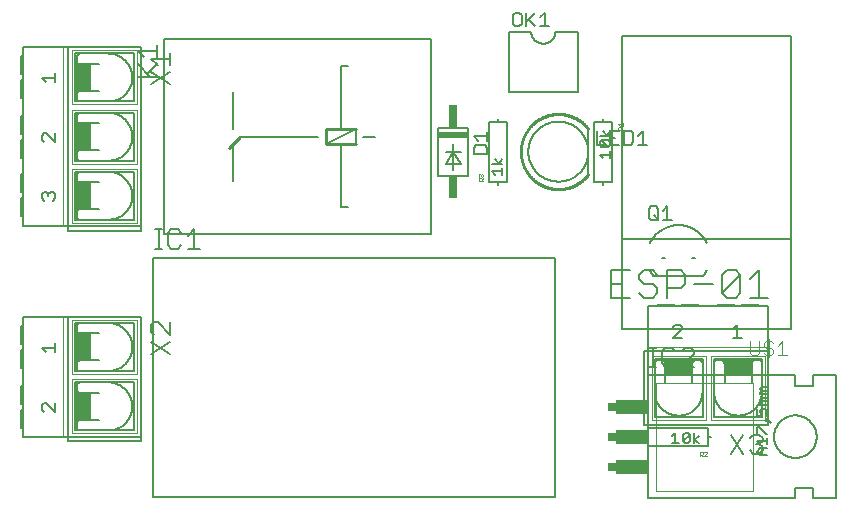
<source format=gbr>
G04 EAGLE Gerber X2 export*
%TF.Part,Single*%
%TF.FileFunction,Legend,Top,1*%
%TF.FilePolarity,Positive*%
%TF.GenerationSoftware,Autodesk,EAGLE,9.0.0*%
%TF.CreationDate,2018-06-01T03:22:50Z*%
G75*
%MOMM*%
%FSLAX34Y34*%
%LPD*%
%AMOC8*
5,1,8,0,0,1.08239X$1,22.5*%
G01*
%ADD10C,0.152400*%
%ADD11C,0.127000*%
%ADD12R,2.540000X0.508000*%
%ADD13R,0.762000X1.905000*%
%ADD14C,0.050800*%
%ADD15C,0.177800*%
%ADD16R,0.635000X0.762000*%
%ADD17R,2.794000X1.270000*%
%ADD18C,0.254000*%
%ADD19C,0.203200*%
%ADD20C,0.025400*%
%ADD21C,0.101600*%
%ADD22R,1.143000X2.286000*%
%ADD23R,2.286000X1.143000*%


D10*
X342900Y271780D02*
X342900Y312420D01*
X342900Y271780D02*
X368300Y271780D01*
X368300Y312420D01*
X342900Y312420D01*
X355600Y298450D02*
X355600Y292100D01*
X361950Y281940D02*
X349250Y281940D01*
X355600Y292100D01*
X355600Y276860D01*
X361950Y281940D02*
X355600Y292100D01*
X361950Y292100D01*
X355600Y292100D02*
X349250Y292100D01*
D11*
X372735Y289667D02*
X384175Y289667D01*
X384175Y295387D01*
X382268Y297294D01*
X374642Y297294D01*
X372735Y295387D01*
X372735Y289667D01*
X376549Y301361D02*
X372735Y305174D01*
X384175Y305174D01*
X384175Y301361D02*
X384175Y308988D01*
D12*
X355600Y306070D03*
D13*
X355600Y262255D03*
X355600Y321945D03*
D11*
X441500Y0D02*
X101600Y0D01*
X441600Y0D02*
X441600Y202000D01*
X101600Y202000D01*
X101600Y0D01*
D10*
X103362Y209902D02*
X108785Y209902D01*
X106074Y209902D02*
X106074Y226172D01*
X108785Y226172D02*
X103362Y226172D01*
X122411Y226172D02*
X125123Y223460D01*
X122411Y226172D02*
X116988Y226172D01*
X114276Y223460D01*
X114276Y212614D01*
X116988Y209902D01*
X122411Y209902D01*
X125123Y212614D01*
X130648Y220749D02*
X136071Y226172D01*
X136071Y209902D01*
X130648Y209902D02*
X141495Y209902D01*
D11*
X520700Y102870D02*
X520700Y-1270D01*
X679450Y-1270D02*
X679450Y102870D01*
X645160Y-1270D02*
X520700Y-1270D01*
X645160Y-1270D02*
X645160Y7620D01*
X660400Y7620D01*
X660400Y-1270D01*
X679450Y-1270D01*
X645160Y102870D02*
X520700Y102870D01*
X645160Y102870D02*
X645160Y93980D01*
X660400Y93980D01*
X660400Y102870D01*
X679450Y102870D01*
D14*
X527050Y96520D02*
X527050Y5080D01*
X609600Y5080D01*
X609600Y96520D01*
X527050Y96520D01*
D11*
X627126Y50800D02*
X627131Y51243D01*
X627148Y51685D01*
X627175Y52127D01*
X627213Y52568D01*
X627262Y53008D01*
X627321Y53446D01*
X627392Y53883D01*
X627473Y54318D01*
X627564Y54751D01*
X627666Y55182D01*
X627779Y55610D01*
X627903Y56035D01*
X628036Y56457D01*
X628180Y56875D01*
X628334Y57290D01*
X628499Y57701D01*
X628673Y58108D01*
X628857Y58511D01*
X629052Y58908D01*
X629255Y59301D01*
X629469Y59689D01*
X629692Y60071D01*
X629924Y60448D01*
X630165Y60819D01*
X630416Y61184D01*
X630675Y61543D01*
X630943Y61895D01*
X631220Y62241D01*
X631504Y62579D01*
X631798Y62911D01*
X632099Y63235D01*
X632408Y63552D01*
X632725Y63861D01*
X633049Y64162D01*
X633381Y64456D01*
X633719Y64740D01*
X634065Y65017D01*
X634417Y65285D01*
X634776Y65544D01*
X635141Y65795D01*
X635512Y66036D01*
X635889Y66268D01*
X636271Y66491D01*
X636659Y66705D01*
X637052Y66908D01*
X637449Y67103D01*
X637852Y67287D01*
X638259Y67461D01*
X638670Y67626D01*
X639085Y67780D01*
X639503Y67924D01*
X639925Y68057D01*
X640350Y68181D01*
X640778Y68294D01*
X641209Y68396D01*
X641642Y68487D01*
X642077Y68568D01*
X642514Y68639D01*
X642952Y68698D01*
X643392Y68747D01*
X643833Y68785D01*
X644275Y68812D01*
X644717Y68829D01*
X645160Y68834D01*
X645603Y68829D01*
X646045Y68812D01*
X646487Y68785D01*
X646928Y68747D01*
X647368Y68698D01*
X647806Y68639D01*
X648243Y68568D01*
X648678Y68487D01*
X649111Y68396D01*
X649542Y68294D01*
X649970Y68181D01*
X650395Y68057D01*
X650817Y67924D01*
X651235Y67780D01*
X651650Y67626D01*
X652061Y67461D01*
X652468Y67287D01*
X652871Y67103D01*
X653268Y66908D01*
X653661Y66705D01*
X654049Y66491D01*
X654431Y66268D01*
X654808Y66036D01*
X655179Y65795D01*
X655544Y65544D01*
X655903Y65285D01*
X656255Y65017D01*
X656601Y64740D01*
X656939Y64456D01*
X657271Y64162D01*
X657595Y63861D01*
X657912Y63552D01*
X658221Y63235D01*
X658522Y62911D01*
X658816Y62579D01*
X659100Y62241D01*
X659377Y61895D01*
X659645Y61543D01*
X659904Y61184D01*
X660155Y60819D01*
X660396Y60448D01*
X660628Y60071D01*
X660851Y59689D01*
X661065Y59301D01*
X661268Y58908D01*
X661463Y58511D01*
X661647Y58108D01*
X661821Y57701D01*
X661986Y57290D01*
X662140Y56875D01*
X662284Y56457D01*
X662417Y56035D01*
X662541Y55610D01*
X662654Y55182D01*
X662756Y54751D01*
X662847Y54318D01*
X662928Y53883D01*
X662999Y53446D01*
X663058Y53008D01*
X663107Y52568D01*
X663145Y52127D01*
X663172Y51685D01*
X663189Y51243D01*
X663194Y50800D01*
X663189Y50357D01*
X663172Y49915D01*
X663145Y49473D01*
X663107Y49032D01*
X663058Y48592D01*
X662999Y48154D01*
X662928Y47717D01*
X662847Y47282D01*
X662756Y46849D01*
X662654Y46418D01*
X662541Y45990D01*
X662417Y45565D01*
X662284Y45143D01*
X662140Y44725D01*
X661986Y44310D01*
X661821Y43899D01*
X661647Y43492D01*
X661463Y43089D01*
X661268Y42692D01*
X661065Y42299D01*
X660851Y41911D01*
X660628Y41529D01*
X660396Y41152D01*
X660155Y40781D01*
X659904Y40416D01*
X659645Y40057D01*
X659377Y39705D01*
X659100Y39359D01*
X658816Y39021D01*
X658522Y38689D01*
X658221Y38365D01*
X657912Y38048D01*
X657595Y37739D01*
X657271Y37438D01*
X656939Y37144D01*
X656601Y36860D01*
X656255Y36583D01*
X655903Y36315D01*
X655544Y36056D01*
X655179Y35805D01*
X654808Y35564D01*
X654431Y35332D01*
X654049Y35109D01*
X653661Y34895D01*
X653268Y34692D01*
X652871Y34497D01*
X652468Y34313D01*
X652061Y34139D01*
X651650Y33974D01*
X651235Y33820D01*
X650817Y33676D01*
X650395Y33543D01*
X649970Y33419D01*
X649542Y33306D01*
X649111Y33204D01*
X648678Y33113D01*
X648243Y33032D01*
X647806Y32961D01*
X647368Y32902D01*
X646928Y32853D01*
X646487Y32815D01*
X646045Y32788D01*
X645603Y32771D01*
X645160Y32766D01*
X644717Y32771D01*
X644275Y32788D01*
X643833Y32815D01*
X643392Y32853D01*
X642952Y32902D01*
X642514Y32961D01*
X642077Y33032D01*
X641642Y33113D01*
X641209Y33204D01*
X640778Y33306D01*
X640350Y33419D01*
X639925Y33543D01*
X639503Y33676D01*
X639085Y33820D01*
X638670Y33974D01*
X638259Y34139D01*
X637852Y34313D01*
X637449Y34497D01*
X637052Y34692D01*
X636659Y34895D01*
X636271Y35109D01*
X635889Y35332D01*
X635512Y35564D01*
X635141Y35805D01*
X634776Y36056D01*
X634417Y36315D01*
X634065Y36583D01*
X633719Y36860D01*
X633381Y37144D01*
X633049Y37438D01*
X632725Y37739D01*
X632408Y38048D01*
X632099Y38365D01*
X631798Y38689D01*
X631504Y39021D01*
X631220Y39359D01*
X630943Y39705D01*
X630675Y40057D01*
X630416Y40416D01*
X630165Y40781D01*
X629924Y41152D01*
X629692Y41529D01*
X629469Y41911D01*
X629255Y42299D01*
X629052Y42692D01*
X628857Y43089D01*
X628673Y43492D01*
X628499Y43899D01*
X628334Y44310D01*
X628180Y44725D01*
X628036Y45143D01*
X627903Y45565D01*
X627779Y45990D01*
X627666Y46418D01*
X627564Y46849D01*
X627473Y47282D01*
X627392Y47717D01*
X627321Y48154D01*
X627262Y48592D01*
X627213Y49032D01*
X627175Y49473D01*
X627148Y49915D01*
X627131Y50357D01*
X627126Y50800D01*
D15*
X526928Y110109D02*
X521589Y110109D01*
X524258Y110109D02*
X524258Y126125D01*
X521589Y126125D02*
X526928Y126125D01*
X540511Y126125D02*
X543181Y123455D01*
X540511Y126125D02*
X535173Y126125D01*
X532503Y123455D01*
X532503Y112778D01*
X535173Y110109D01*
X540511Y110109D01*
X543181Y112778D01*
X548875Y110109D02*
X559552Y110109D01*
X548875Y110109D02*
X559552Y120786D01*
X559552Y123455D01*
X556883Y126125D01*
X551544Y126125D01*
X548875Y123455D01*
D11*
X615649Y35076D02*
X621411Y35076D01*
X615649Y35076D02*
X612768Y37957D01*
X615649Y40839D01*
X621411Y40839D01*
X617089Y40839D02*
X617089Y35076D01*
X615649Y44198D02*
X612768Y47079D01*
X621411Y47079D01*
X621411Y44198D02*
X621411Y49960D01*
X612768Y53319D02*
X612768Y59081D01*
X614208Y59081D01*
X619970Y53319D01*
X621411Y53319D01*
X624292Y62440D02*
X621411Y65321D01*
X619970Y65321D01*
X619970Y63881D01*
X621411Y63881D01*
X621411Y65321D01*
X612768Y68521D02*
X612768Y74283D01*
X612768Y68521D02*
X617089Y68521D01*
X615649Y71402D01*
X615649Y72843D01*
X617089Y74283D01*
X619970Y74283D01*
X621411Y72843D01*
X621411Y69962D01*
X619970Y68521D01*
X621411Y77642D02*
X615649Y77642D01*
X615649Y79083D01*
X617089Y80524D01*
X621411Y80524D01*
X617089Y80524D02*
X615649Y81964D01*
X617089Y83405D01*
X621411Y83405D01*
X621411Y86764D02*
X615649Y86764D01*
X615649Y88204D01*
X617089Y89645D01*
X621411Y89645D01*
X617089Y89645D02*
X615649Y91085D01*
X617089Y92526D01*
X621411Y92526D01*
D16*
X489585Y25400D03*
X489585Y50800D03*
X489585Y76200D03*
D17*
X506730Y76200D03*
X506730Y50800D03*
X506730Y25400D03*
D10*
X336550Y222250D02*
X110490Y222250D01*
X110490Y387350D01*
X336550Y387350D01*
X336550Y222250D01*
X266700Y245110D02*
X260350Y245110D01*
X260350Y298450D01*
D18*
X273050Y298450D01*
D10*
X273050Y311150D01*
D18*
X247650Y311150D02*
X247650Y298450D01*
X260350Y298450D01*
X260350Y311150D02*
X273050Y311150D01*
D10*
X260350Y311150D02*
X260350Y364490D01*
D18*
X260350Y311150D02*
X247650Y311150D01*
D10*
X260350Y364490D02*
X266700Y364490D01*
X273050Y311150D02*
X247650Y298450D01*
X241300Y304800D02*
X175260Y304800D01*
D18*
X168910Y298450D01*
D10*
X168910Y267462D01*
X168910Y311150D02*
X168910Y342392D01*
D18*
X168910Y298450D02*
X165608Y295402D01*
D10*
X279400Y304800D02*
X289560Y304800D01*
D15*
X104521Y355496D02*
X88505Y355496D01*
X99182Y355496D02*
X88505Y366173D01*
X96513Y358165D02*
X104521Y366173D01*
X93844Y371867D02*
X88505Y377206D01*
X104521Y377206D01*
X104521Y371867D02*
X104521Y382545D01*
D19*
X469900Y311150D02*
X469900Y273050D01*
D18*
X469426Y272434D01*
X468937Y271829D01*
X468433Y271237D01*
X467915Y270657D01*
X467383Y270090D01*
X466837Y269536D01*
X466278Y268996D01*
X465705Y268470D01*
X465120Y267957D01*
X464523Y267460D01*
X463914Y266977D01*
X463293Y266509D01*
X462660Y266056D01*
X462017Y265619D01*
X461363Y265198D01*
X460699Y264794D01*
X460026Y264405D01*
X459343Y264033D01*
X458651Y263678D01*
X457951Y263340D01*
X457243Y263019D01*
X456527Y262716D01*
X455803Y262430D01*
X455074Y262162D01*
X454337Y261912D01*
X453595Y261681D01*
X452847Y261467D01*
X452095Y261272D01*
X451337Y261095D01*
X450576Y260937D01*
X449811Y260797D01*
X449043Y260677D01*
X448272Y260575D01*
X447499Y260492D01*
X446724Y260428D01*
X445948Y260383D01*
X445171Y260357D01*
X444393Y260350D01*
X443616Y260362D01*
X442839Y260393D01*
X442063Y260444D01*
X441288Y260513D01*
X440516Y260601D01*
X439746Y260708D01*
X438978Y260834D01*
X438214Y260978D01*
X437454Y261142D01*
X436698Y261324D01*
X435947Y261524D01*
X435200Y261742D01*
X434460Y261979D01*
X433725Y262234D01*
X432997Y262507D01*
X432276Y262798D01*
X431562Y263106D01*
X430856Y263431D01*
X430158Y263774D01*
X429468Y264134D01*
X428788Y264510D01*
X428117Y264903D01*
X427456Y265313D01*
X426805Y265738D01*
X426165Y266179D01*
X425536Y266636D01*
X424918Y267108D01*
X424312Y267595D01*
X423718Y268097D01*
X423136Y268613D01*
X422567Y269143D01*
X422012Y269687D01*
X421469Y270245D01*
X420941Y270815D01*
X420427Y271398D01*
X419927Y271994D01*
X419442Y272602D01*
X418972Y273221D01*
X418518Y273852D01*
X418079Y274494D01*
X417655Y275146D01*
X417248Y275809D01*
X416857Y276481D01*
X416483Y277163D01*
X416126Y277853D01*
X415786Y278552D01*
X415462Y279260D01*
X415157Y279974D01*
X414868Y280697D01*
X414598Y281426D01*
X414346Y282161D01*
X414111Y282903D01*
X413895Y283650D01*
X413697Y284402D01*
X413518Y285158D01*
X413357Y285919D01*
X413215Y286683D01*
X413092Y287451D01*
X412988Y288222D01*
X412902Y288995D01*
X412836Y289769D01*
X412788Y290545D01*
X412760Y291322D01*
X412750Y292100D01*
X412760Y292878D01*
X412788Y293655D01*
X412836Y294431D01*
X412902Y295205D01*
X412988Y295978D01*
X413092Y296749D01*
X413215Y297517D01*
X413357Y298281D01*
X413518Y299042D01*
X413697Y299798D01*
X413895Y300550D01*
X414111Y301297D01*
X414346Y302039D01*
X414598Y302774D01*
X414868Y303503D01*
X415157Y304226D01*
X415462Y304940D01*
X415786Y305648D01*
X416126Y306347D01*
X416483Y307037D01*
X416857Y307719D01*
X417248Y308391D01*
X417655Y309054D01*
X418079Y309706D01*
X418518Y310348D01*
X418972Y310979D01*
X419442Y311598D01*
X419927Y312206D01*
X420427Y312802D01*
X420941Y313385D01*
X421469Y313955D01*
X422012Y314513D01*
X422567Y315057D01*
X423136Y315587D01*
X423718Y316103D01*
X424312Y316605D01*
X424918Y317092D01*
X425536Y317564D01*
X426165Y318021D01*
X426805Y318462D01*
X427456Y318887D01*
X428117Y319297D01*
X428788Y319690D01*
X429468Y320066D01*
X430158Y320426D01*
X430856Y320769D01*
X431562Y321094D01*
X432276Y321402D01*
X432997Y321693D01*
X433725Y321966D01*
X434460Y322221D01*
X435200Y322458D01*
X435947Y322676D01*
X436698Y322876D01*
X437454Y323058D01*
X438214Y323222D01*
X438978Y323366D01*
X439746Y323492D01*
X440516Y323599D01*
X441288Y323687D01*
X442063Y323756D01*
X442839Y323807D01*
X443616Y323838D01*
X444393Y323850D01*
X445171Y323843D01*
X445948Y323817D01*
X446724Y323772D01*
X447499Y323708D01*
X448272Y323625D01*
X449043Y323523D01*
X449811Y323403D01*
X450576Y323263D01*
X451337Y323105D01*
X452095Y322928D01*
X452847Y322733D01*
X453595Y322519D01*
X454337Y322288D01*
X455074Y322038D01*
X455803Y321770D01*
X456527Y321484D01*
X457243Y321181D01*
X457951Y320860D01*
X458651Y320522D01*
X459343Y320167D01*
X460026Y319795D01*
X460699Y319406D01*
X461363Y319002D01*
X462017Y318581D01*
X462660Y318144D01*
X463293Y317691D01*
X463914Y317223D01*
X464523Y316740D01*
X465120Y316243D01*
X465705Y315730D01*
X466278Y315204D01*
X466837Y314664D01*
X467383Y314110D01*
X467915Y313543D01*
X468433Y312963D01*
X468937Y312371D01*
X469426Y311766D01*
X469900Y311150D01*
D10*
X419100Y292100D02*
X419108Y292723D01*
X419131Y293346D01*
X419169Y293969D01*
X419222Y294590D01*
X419291Y295209D01*
X419375Y295827D01*
X419474Y296442D01*
X419588Y297055D01*
X419717Y297665D01*
X419861Y298272D01*
X420020Y298875D01*
X420194Y299473D01*
X420382Y300068D01*
X420585Y300657D01*
X420802Y301241D01*
X421033Y301820D01*
X421279Y302393D01*
X421539Y302960D01*
X421812Y303520D01*
X422099Y304073D01*
X422400Y304620D01*
X422714Y305158D01*
X423041Y305689D01*
X423381Y306211D01*
X423733Y306726D01*
X424099Y307231D01*
X424476Y307727D01*
X424866Y308214D01*
X425267Y308691D01*
X425680Y309158D01*
X426104Y309614D01*
X426539Y310061D01*
X426986Y310496D01*
X427442Y310920D01*
X427909Y311333D01*
X428386Y311734D01*
X428873Y312124D01*
X429369Y312501D01*
X429874Y312867D01*
X430389Y313219D01*
X430911Y313559D01*
X431442Y313886D01*
X431980Y314200D01*
X432527Y314501D01*
X433080Y314788D01*
X433640Y315061D01*
X434207Y315321D01*
X434780Y315567D01*
X435359Y315798D01*
X435943Y316015D01*
X436532Y316218D01*
X437127Y316406D01*
X437725Y316580D01*
X438328Y316739D01*
X438935Y316883D01*
X439545Y317012D01*
X440158Y317126D01*
X440773Y317225D01*
X441391Y317309D01*
X442010Y317378D01*
X442631Y317431D01*
X443254Y317469D01*
X443877Y317492D01*
X444500Y317500D01*
X445123Y317492D01*
X445746Y317469D01*
X446369Y317431D01*
X446990Y317378D01*
X447609Y317309D01*
X448227Y317225D01*
X448842Y317126D01*
X449455Y317012D01*
X450065Y316883D01*
X450672Y316739D01*
X451275Y316580D01*
X451873Y316406D01*
X452468Y316218D01*
X453057Y316015D01*
X453641Y315798D01*
X454220Y315567D01*
X454793Y315321D01*
X455360Y315061D01*
X455920Y314788D01*
X456473Y314501D01*
X457020Y314200D01*
X457558Y313886D01*
X458089Y313559D01*
X458611Y313219D01*
X459126Y312867D01*
X459631Y312501D01*
X460127Y312124D01*
X460614Y311734D01*
X461091Y311333D01*
X461558Y310920D01*
X462014Y310496D01*
X462461Y310061D01*
X462896Y309614D01*
X463320Y309158D01*
X463733Y308691D01*
X464134Y308214D01*
X464524Y307727D01*
X464901Y307231D01*
X465267Y306726D01*
X465619Y306211D01*
X465959Y305689D01*
X466286Y305158D01*
X466600Y304620D01*
X466901Y304073D01*
X467188Y303520D01*
X467461Y302960D01*
X467721Y302393D01*
X467967Y301820D01*
X468198Y301241D01*
X468415Y300657D01*
X468618Y300068D01*
X468806Y299473D01*
X468980Y298875D01*
X469139Y298272D01*
X469283Y297665D01*
X469412Y297055D01*
X469526Y296442D01*
X469625Y295827D01*
X469709Y295209D01*
X469778Y294590D01*
X469831Y293969D01*
X469869Y293346D01*
X469892Y292723D01*
X469900Y292100D01*
X469892Y291477D01*
X469869Y290854D01*
X469831Y290231D01*
X469778Y289610D01*
X469709Y288991D01*
X469625Y288373D01*
X469526Y287758D01*
X469412Y287145D01*
X469283Y286535D01*
X469139Y285928D01*
X468980Y285325D01*
X468806Y284727D01*
X468618Y284132D01*
X468415Y283543D01*
X468198Y282959D01*
X467967Y282380D01*
X467721Y281807D01*
X467461Y281240D01*
X467188Y280680D01*
X466901Y280127D01*
X466600Y279580D01*
X466286Y279042D01*
X465959Y278511D01*
X465619Y277989D01*
X465267Y277474D01*
X464901Y276969D01*
X464524Y276473D01*
X464134Y275986D01*
X463733Y275509D01*
X463320Y275042D01*
X462896Y274586D01*
X462461Y274139D01*
X462014Y273704D01*
X461558Y273280D01*
X461091Y272867D01*
X460614Y272466D01*
X460127Y272076D01*
X459631Y271699D01*
X459126Y271333D01*
X458611Y270981D01*
X458089Y270641D01*
X457558Y270314D01*
X457020Y270000D01*
X456473Y269699D01*
X455920Y269412D01*
X455360Y269139D01*
X454793Y268879D01*
X454220Y268633D01*
X453641Y268402D01*
X453057Y268185D01*
X452468Y267982D01*
X451873Y267794D01*
X451275Y267620D01*
X450672Y267461D01*
X450065Y267317D01*
X449455Y267188D01*
X448842Y267074D01*
X448227Y266975D01*
X447609Y266891D01*
X446990Y266822D01*
X446369Y266769D01*
X445746Y266731D01*
X445123Y266708D01*
X444500Y266700D01*
X443877Y266708D01*
X443254Y266731D01*
X442631Y266769D01*
X442010Y266822D01*
X441391Y266891D01*
X440773Y266975D01*
X440158Y267074D01*
X439545Y267188D01*
X438935Y267317D01*
X438328Y267461D01*
X437725Y267620D01*
X437127Y267794D01*
X436532Y267982D01*
X435943Y268185D01*
X435359Y268402D01*
X434780Y268633D01*
X434207Y268879D01*
X433640Y269139D01*
X433080Y269412D01*
X432527Y269699D01*
X431980Y270000D01*
X431442Y270314D01*
X430911Y270641D01*
X430389Y270981D01*
X429874Y271333D01*
X429369Y271699D01*
X428873Y272076D01*
X428386Y272466D01*
X427909Y272867D01*
X427442Y273280D01*
X426986Y273704D01*
X426539Y274139D01*
X426104Y274586D01*
X425680Y275042D01*
X425267Y275509D01*
X424866Y275986D01*
X424476Y276473D01*
X424099Y276969D01*
X423733Y277474D01*
X423381Y277989D01*
X423041Y278511D01*
X422714Y279042D01*
X422400Y279580D01*
X422099Y280127D01*
X421812Y280680D01*
X421539Y281240D01*
X421279Y281807D01*
X421033Y282380D01*
X420802Y282959D01*
X420585Y283543D01*
X420382Y284132D01*
X420194Y284727D01*
X420020Y285325D01*
X419861Y285928D01*
X419717Y286535D01*
X419588Y287145D01*
X419474Y287758D01*
X419375Y288373D01*
X419291Y288991D01*
X419222Y289610D01*
X419169Y290231D01*
X419131Y290854D01*
X419108Y291477D01*
X419100Y292100D01*
D11*
X476885Y298069D02*
X476885Y309509D01*
X476885Y298069D02*
X484512Y298069D01*
X488579Y309509D02*
X496205Y309509D01*
X488579Y309509D02*
X488579Y298069D01*
X496205Y298069D01*
X492392Y303789D02*
X488579Y303789D01*
X500273Y309509D02*
X500273Y298069D01*
X505993Y298069D01*
X507899Y299976D01*
X507899Y307602D01*
X505993Y309509D01*
X500273Y309509D01*
X511967Y305696D02*
X515780Y309509D01*
X515780Y298069D01*
X511967Y298069D02*
X519593Y298069D01*
D10*
X461010Y342900D02*
X461010Y393700D01*
X402590Y393700D02*
X402590Y342900D01*
X461010Y342900D01*
X461010Y393700D02*
X441960Y393700D01*
X421640Y393700D02*
X402590Y393700D01*
X421640Y393700D02*
X421643Y393453D01*
X421652Y393205D01*
X421667Y392958D01*
X421688Y392712D01*
X421715Y392466D01*
X421748Y392221D01*
X421787Y391976D01*
X421832Y391733D01*
X421883Y391491D01*
X421940Y391250D01*
X422002Y391011D01*
X422071Y390773D01*
X422145Y390537D01*
X422225Y390303D01*
X422310Y390071D01*
X422402Y389841D01*
X422498Y389613D01*
X422601Y389388D01*
X422708Y389165D01*
X422822Y388945D01*
X422940Y388728D01*
X423064Y388513D01*
X423193Y388302D01*
X423327Y388094D01*
X423466Y387889D01*
X423610Y387688D01*
X423758Y387490D01*
X423912Y387296D01*
X424070Y387106D01*
X424233Y386920D01*
X424400Y386738D01*
X424572Y386560D01*
X424748Y386386D01*
X424928Y386216D01*
X425113Y386051D01*
X425301Y385891D01*
X425493Y385735D01*
X425689Y385583D01*
X425888Y385437D01*
X426091Y385295D01*
X426298Y385159D01*
X426507Y385027D01*
X426720Y384901D01*
X426936Y384780D01*
X427154Y384664D01*
X427376Y384554D01*
X427600Y384449D01*
X427826Y384349D01*
X428055Y384255D01*
X428286Y384167D01*
X428520Y384084D01*
X428755Y384007D01*
X428992Y383936D01*
X429230Y383870D01*
X429470Y383811D01*
X429712Y383757D01*
X429955Y383709D01*
X430198Y383667D01*
X430443Y383631D01*
X430689Y383601D01*
X430935Y383577D01*
X431182Y383559D01*
X431429Y383547D01*
X431676Y383541D01*
X431924Y383541D01*
X432171Y383547D01*
X432418Y383559D01*
X432665Y383577D01*
X432911Y383601D01*
X433157Y383631D01*
X433402Y383667D01*
X433645Y383709D01*
X433888Y383757D01*
X434130Y383811D01*
X434370Y383870D01*
X434608Y383936D01*
X434845Y384007D01*
X435080Y384084D01*
X435314Y384167D01*
X435545Y384255D01*
X435774Y384349D01*
X436000Y384449D01*
X436224Y384554D01*
X436446Y384664D01*
X436664Y384780D01*
X436880Y384901D01*
X437093Y385027D01*
X437302Y385159D01*
X437509Y385295D01*
X437712Y385437D01*
X437911Y385583D01*
X438107Y385735D01*
X438299Y385891D01*
X438487Y386051D01*
X438672Y386216D01*
X438852Y386386D01*
X439028Y386560D01*
X439200Y386738D01*
X439367Y386920D01*
X439530Y387106D01*
X439688Y387296D01*
X439842Y387490D01*
X439990Y387688D01*
X440134Y387889D01*
X440273Y388094D01*
X440407Y388302D01*
X440536Y388513D01*
X440660Y388728D01*
X440778Y388945D01*
X440892Y389165D01*
X440999Y389388D01*
X441102Y389613D01*
X441198Y389841D01*
X441290Y390071D01*
X441375Y390303D01*
X441455Y390537D01*
X441529Y390773D01*
X441598Y391011D01*
X441660Y391250D01*
X441717Y391491D01*
X441768Y391733D01*
X441813Y391976D01*
X441852Y392221D01*
X441885Y392466D01*
X441912Y392712D01*
X441933Y392958D01*
X441948Y393205D01*
X441957Y393453D01*
X441960Y393700D01*
D11*
X411485Y409585D02*
X407672Y409585D01*
X405765Y407678D01*
X405765Y400052D01*
X407672Y398145D01*
X411485Y398145D01*
X413392Y400052D01*
X413392Y407678D01*
X411485Y409585D01*
X417459Y409585D02*
X417459Y398145D01*
X417459Y401958D02*
X425085Y409585D01*
X419366Y403865D02*
X425085Y398145D01*
X429153Y405772D02*
X432966Y409585D01*
X432966Y398145D01*
X429153Y398145D02*
X436779Y398145D01*
X525150Y186690D02*
X567050Y186690D01*
X570230Y214559D02*
X569947Y215143D01*
X569649Y215719D01*
X569338Y216288D01*
X569013Y216849D01*
X568674Y217402D01*
X568322Y217947D01*
X567957Y218483D01*
X567579Y219010D01*
X567188Y219527D01*
X566785Y220035D01*
X566369Y220533D01*
X565942Y221021D01*
X565503Y221498D01*
X565052Y221965D01*
X564590Y222420D01*
X564117Y222864D01*
X563634Y223296D01*
X563140Y223717D01*
X562636Y224125D01*
X562122Y224521D01*
X561599Y224904D01*
X561067Y225275D01*
X560525Y225632D01*
X559976Y225976D01*
X559418Y226307D01*
X558852Y226624D01*
X558279Y226927D01*
X557698Y227216D01*
X557111Y227491D01*
X556517Y227752D01*
X555917Y227998D01*
X555311Y228229D01*
X554699Y228446D01*
X554083Y228647D01*
X553462Y228834D01*
X552836Y229005D01*
X552207Y229161D01*
X551574Y229302D01*
X550937Y229428D01*
X550298Y229537D01*
X549657Y229632D01*
X549013Y229710D01*
X548367Y229773D01*
X547720Y229821D01*
X547073Y229852D01*
X546424Y229868D01*
X545776Y229868D01*
X545127Y229852D01*
X544480Y229821D01*
X543833Y229773D01*
X543187Y229710D01*
X542543Y229632D01*
X541902Y229537D01*
X541263Y229428D01*
X540626Y229302D01*
X539993Y229161D01*
X539364Y229005D01*
X538738Y228834D01*
X538117Y228647D01*
X537501Y228446D01*
X536889Y228229D01*
X536283Y227998D01*
X535683Y227752D01*
X535089Y227491D01*
X534502Y227216D01*
X533921Y226927D01*
X533348Y226624D01*
X532782Y226307D01*
X532224Y225976D01*
X531675Y225632D01*
X531133Y225275D01*
X530601Y224904D01*
X530078Y224521D01*
X529564Y224125D01*
X529060Y223717D01*
X528566Y223296D01*
X528083Y222864D01*
X527610Y222420D01*
X527148Y221965D01*
X526697Y221498D01*
X526258Y221021D01*
X525831Y220533D01*
X525415Y220035D01*
X525012Y219527D01*
X524621Y219010D01*
X524243Y218483D01*
X523878Y217947D01*
X523526Y217402D01*
X523187Y216849D01*
X522862Y216288D01*
X522551Y215719D01*
X522253Y215143D01*
X521970Y214559D01*
X521965Y191841D02*
X522230Y191295D01*
X522507Y190755D01*
X522796Y190222D01*
X523098Y189695D01*
X523411Y189175D01*
X523736Y188662D01*
X524073Y188157D01*
X524421Y187660D01*
X524780Y187171D01*
X525150Y186690D01*
X532060Y201930D02*
X534740Y201930D01*
X557460Y201930D02*
X560140Y201930D01*
X570347Y192082D02*
X570076Y191509D01*
X569791Y190943D01*
X569494Y190384D01*
X569183Y189832D01*
X568858Y189288D01*
X568522Y188752D01*
X568172Y188223D01*
X567810Y187703D01*
X567436Y187192D01*
X567050Y186690D01*
X521335Y236222D02*
X521335Y243848D01*
X523242Y245755D01*
X527055Y245755D01*
X528962Y243848D01*
X528962Y236222D01*
X527055Y234315D01*
X523242Y234315D01*
X521335Y236222D01*
X525148Y238128D02*
X528962Y234315D01*
X533029Y241942D02*
X536842Y245755D01*
X536842Y234315D01*
X533029Y234315D02*
X540655Y234315D01*
D19*
X490220Y266700D02*
X490220Y317500D01*
X490220Y266700D02*
X482600Y266700D01*
X474980Y266700D01*
X474980Y317500D01*
X482600Y317500D01*
X490220Y317500D01*
X482600Y266700D02*
X482600Y264160D01*
X482600Y317500D02*
X482600Y320040D01*
D20*
X495424Y310143D02*
X499237Y310143D01*
X495424Y310143D02*
X495424Y312049D01*
X496059Y312685D01*
X497330Y312685D01*
X497966Y312049D01*
X497966Y310143D01*
X497966Y311414D02*
X499237Y312685D01*
X496695Y313885D02*
X495424Y315156D01*
X499237Y315156D01*
X499237Y313885D02*
X499237Y316427D01*
D10*
X479545Y289557D02*
X482426Y286676D01*
X479545Y289557D02*
X488188Y289557D01*
X488188Y286676D02*
X488188Y292438D01*
X486747Y296031D02*
X480985Y296031D01*
X479545Y297471D01*
X479545Y300353D01*
X480985Y301793D01*
X486747Y301793D01*
X488188Y300353D01*
X488188Y297471D01*
X486747Y296031D01*
X480985Y301793D01*
X479545Y305386D02*
X488188Y305386D01*
X485307Y305386D02*
X488188Y309708D01*
X485307Y305386D02*
X482426Y309708D01*
D19*
X520700Y43180D02*
X571500Y43180D01*
X520700Y43180D02*
X520700Y50800D01*
X520700Y58420D01*
X571500Y58420D01*
X571500Y50800D01*
X571500Y43180D01*
X520700Y50800D02*
X518160Y50800D01*
X571500Y50800D02*
X574040Y50800D01*
D20*
X564143Y37976D02*
X564143Y34163D01*
X564143Y37976D02*
X566049Y37976D01*
X566685Y37341D01*
X566685Y36070D01*
X566049Y35434D01*
X564143Y35434D01*
X565414Y35434D02*
X566685Y34163D01*
X567885Y34163D02*
X570427Y34163D01*
X567885Y34163D02*
X570427Y36705D01*
X570427Y37341D01*
X569792Y37976D01*
X568520Y37976D01*
X567885Y37341D01*
D10*
X543557Y53855D02*
X540676Y50974D01*
X543557Y53855D02*
X543557Y45212D01*
X540676Y45212D02*
X546438Y45212D01*
X550031Y46653D02*
X550031Y52415D01*
X551471Y53855D01*
X554353Y53855D01*
X555793Y52415D01*
X555793Y46653D01*
X554353Y45212D01*
X551471Y45212D01*
X550031Y46653D01*
X555793Y52415D01*
X559386Y53855D02*
X559386Y45212D01*
X559386Y48093D02*
X563708Y45212D01*
X559386Y48093D02*
X563708Y50974D01*
D19*
X386080Y266700D02*
X386080Y317500D01*
X393700Y317500D01*
X401320Y317500D01*
X401320Y266700D01*
X393700Y266700D01*
X386080Y266700D01*
X393700Y317500D02*
X393700Y320040D01*
X393700Y266700D02*
X393700Y264160D01*
D20*
X380873Y266827D02*
X377060Y266827D01*
X377060Y268734D01*
X377695Y269369D01*
X378966Y269369D01*
X379602Y268734D01*
X379602Y266827D01*
X379602Y268098D02*
X380873Y269369D01*
X377695Y270569D02*
X377060Y271205D01*
X377060Y272476D01*
X377695Y273111D01*
X378331Y273111D01*
X378966Y272476D01*
X378966Y271840D01*
X378966Y272476D02*
X379602Y273111D01*
X380237Y273111D01*
X380873Y272476D01*
X380873Y271205D01*
X380237Y270569D01*
D10*
X388105Y275423D02*
X390986Y272542D01*
X388105Y275423D02*
X396748Y275423D01*
X396748Y272542D02*
X396748Y278304D01*
X396748Y281897D02*
X388105Y281897D01*
X393867Y281897D02*
X396748Y286219D01*
X393867Y281897D02*
X390986Y286219D01*
D11*
X641500Y218300D02*
X641500Y142100D01*
X641500Y218300D02*
X641500Y389750D01*
X498625Y389750D01*
X498625Y218300D01*
X498625Y142100D01*
X641500Y142100D01*
X641500Y218300D02*
X498625Y218300D01*
D19*
X505080Y191904D02*
X489488Y191904D01*
X489488Y168516D01*
X505080Y168516D01*
X497284Y180210D02*
X489488Y180210D01*
X524570Y191904D02*
X528468Y188006D01*
X524570Y191904D02*
X516774Y191904D01*
X512876Y188006D01*
X512876Y184108D01*
X516774Y180210D01*
X524570Y180210D01*
X528468Y176312D01*
X528468Y172414D01*
X524570Y168516D01*
X516774Y168516D01*
X512876Y172414D01*
X536264Y168516D02*
X536264Y191904D01*
X547958Y191904D01*
X551856Y188006D01*
X551856Y180210D01*
X547958Y176312D01*
X536264Y176312D01*
X559652Y180210D02*
X575244Y180210D01*
X583040Y172414D02*
X583040Y188006D01*
X586938Y191904D01*
X594734Y191904D01*
X598632Y188006D01*
X598632Y172414D01*
X594734Y168516D01*
X586938Y168516D01*
X583040Y172414D01*
X598632Y188006D01*
X606428Y184108D02*
X614224Y191904D01*
X614224Y168516D01*
X606428Y168516D02*
X622020Y168516D01*
D21*
X606926Y131602D02*
X606926Y121857D01*
X608875Y119908D01*
X612773Y119908D01*
X614722Y121857D01*
X614722Y131602D01*
X618620Y121857D02*
X620569Y119908D01*
X624467Y119908D01*
X626416Y121857D01*
X626416Y123806D01*
X624467Y125755D01*
X620569Y125755D01*
X618620Y127704D01*
X618620Y129653D01*
X620569Y131602D01*
X624467Y131602D01*
X626416Y129653D01*
X622518Y133551D02*
X622518Y117959D01*
X630314Y127704D02*
X634212Y131602D01*
X634212Y119908D01*
X630314Y119908D02*
X638110Y119908D01*
D10*
X25400Y380746D02*
X-8890Y380746D01*
X91440Y380746D02*
X91440Y228854D01*
X-8890Y373126D02*
X-8890Y380746D01*
X29210Y228854D02*
X91440Y228854D01*
X29210Y228854D02*
X29210Y380746D01*
X91440Y380746D01*
X29210Y228854D02*
X25400Y228854D01*
X29210Y225044D02*
X91440Y225044D01*
X29210Y225044D02*
X29210Y228854D01*
X91440Y228854D02*
X91440Y225044D01*
X85090Y334518D02*
X35560Y334518D01*
X35560Y375158D01*
X85090Y375158D01*
X85090Y334518D01*
X85090Y325120D02*
X35560Y325120D01*
X35560Y284480D01*
X85090Y284480D01*
X85090Y325120D01*
D14*
X33020Y327660D02*
X33020Y281940D01*
X87630Y281940D01*
X87630Y327660D01*
X33020Y327660D01*
X33020Y331978D02*
X87630Y331978D01*
X87630Y377698D01*
X33020Y377698D01*
X33020Y331978D01*
D10*
X63500Y334518D02*
X63995Y334524D01*
X64489Y334542D01*
X64983Y334572D01*
X65476Y334614D01*
X65968Y334668D01*
X66459Y334735D01*
X66947Y334813D01*
X67434Y334902D01*
X67918Y335004D01*
X68400Y335118D01*
X68879Y335243D01*
X69354Y335380D01*
X69826Y335528D01*
X70295Y335688D01*
X70759Y335859D01*
X71219Y336041D01*
X71674Y336235D01*
X72125Y336439D01*
X72570Y336655D01*
X73011Y336881D01*
X73445Y337118D01*
X73874Y337365D01*
X74296Y337623D01*
X74712Y337891D01*
X75121Y338169D01*
X75524Y338457D01*
X75919Y338755D01*
X76307Y339062D01*
X76687Y339379D01*
X77060Y339704D01*
X77424Y340039D01*
X77781Y340382D01*
X78128Y340734D01*
X78468Y341095D01*
X78798Y341463D01*
X79119Y341840D01*
X79431Y342224D01*
X79733Y342616D01*
X80026Y343015D01*
X80309Y343421D01*
X80582Y343833D01*
X80845Y344252D01*
X81098Y344678D01*
X81340Y345110D01*
X81571Y345547D01*
X81792Y345990D01*
X82002Y346438D01*
X82201Y346891D01*
X82389Y347349D01*
X82566Y347811D01*
X82732Y348277D01*
X82886Y348747D01*
X83028Y349221D01*
X83159Y349698D01*
X83279Y350179D01*
X83386Y350662D01*
X83482Y351147D01*
X83566Y351635D01*
X83638Y352124D01*
X83698Y352616D01*
X83746Y353108D01*
X83782Y353602D01*
X83806Y354096D01*
X83818Y354591D01*
X83818Y355085D01*
X83806Y355580D01*
X83782Y356074D01*
X83746Y356568D01*
X83698Y357060D01*
X83638Y357552D01*
X83566Y358041D01*
X83482Y358529D01*
X83386Y359014D01*
X83279Y359497D01*
X83159Y359978D01*
X83028Y360455D01*
X82886Y360929D01*
X82732Y361399D01*
X82566Y361865D01*
X82389Y362327D01*
X82201Y362785D01*
X82002Y363238D01*
X81792Y363686D01*
X81571Y364129D01*
X81340Y364566D01*
X81098Y364998D01*
X80845Y365424D01*
X80582Y365843D01*
X80309Y366255D01*
X80026Y366661D01*
X79733Y367060D01*
X79431Y367452D01*
X79119Y367836D01*
X78798Y368213D01*
X78468Y368581D01*
X78128Y368942D01*
X77781Y369294D01*
X77424Y369637D01*
X77060Y369972D01*
X76687Y370297D01*
X76307Y370614D01*
X75919Y370921D01*
X75524Y371219D01*
X75121Y371507D01*
X74712Y371785D01*
X74296Y372053D01*
X73874Y372311D01*
X73445Y372558D01*
X73011Y372795D01*
X72570Y373021D01*
X72125Y373237D01*
X71674Y373441D01*
X71219Y373635D01*
X70759Y373817D01*
X70295Y373988D01*
X69826Y374148D01*
X69354Y374296D01*
X68879Y374433D01*
X68400Y374558D01*
X67918Y374672D01*
X67434Y374774D01*
X66947Y374863D01*
X66459Y374941D01*
X65968Y375008D01*
X65476Y375062D01*
X64983Y375104D01*
X64489Y375134D01*
X63995Y375152D01*
X63500Y375158D01*
X39370Y375158D02*
X39270Y375156D01*
X39171Y375150D01*
X39071Y375140D01*
X38973Y375127D01*
X38874Y375109D01*
X38777Y375088D01*
X38681Y375063D01*
X38585Y375034D01*
X38491Y375001D01*
X38398Y374965D01*
X38307Y374925D01*
X38217Y374881D01*
X38129Y374834D01*
X38043Y374784D01*
X37959Y374730D01*
X37877Y374673D01*
X37798Y374613D01*
X37720Y374549D01*
X37646Y374483D01*
X37574Y374414D01*
X37505Y374342D01*
X37439Y374268D01*
X37375Y374190D01*
X37315Y374111D01*
X37258Y374029D01*
X37204Y373945D01*
X37154Y373859D01*
X37107Y373771D01*
X37063Y373681D01*
X37023Y373590D01*
X36987Y373497D01*
X36954Y373403D01*
X36925Y373307D01*
X36900Y373211D01*
X36879Y373114D01*
X36861Y373015D01*
X36848Y372917D01*
X36838Y372817D01*
X36832Y372718D01*
X36830Y372618D01*
X36830Y337058D02*
X36832Y336958D01*
X36838Y336859D01*
X36848Y336759D01*
X36861Y336661D01*
X36879Y336562D01*
X36900Y336465D01*
X36925Y336369D01*
X36954Y336273D01*
X36987Y336179D01*
X37023Y336086D01*
X37063Y335995D01*
X37107Y335905D01*
X37154Y335817D01*
X37204Y335731D01*
X37258Y335647D01*
X37315Y335565D01*
X37375Y335486D01*
X37439Y335408D01*
X37505Y335334D01*
X37574Y335262D01*
X37646Y335193D01*
X37720Y335127D01*
X37798Y335063D01*
X37877Y335003D01*
X37959Y334946D01*
X38043Y334892D01*
X38129Y334842D01*
X38217Y334795D01*
X38307Y334751D01*
X38398Y334711D01*
X38491Y334675D01*
X38585Y334642D01*
X38681Y334613D01*
X38777Y334588D01*
X38874Y334567D01*
X38973Y334549D01*
X39071Y334536D01*
X39171Y334526D01*
X39270Y334520D01*
X39370Y334518D01*
X36830Y337058D02*
X36830Y372618D01*
X39370Y343408D02*
X39270Y343406D01*
X39171Y343400D01*
X39071Y343390D01*
X38973Y343377D01*
X38874Y343359D01*
X38777Y343338D01*
X38681Y343313D01*
X38585Y343284D01*
X38491Y343251D01*
X38398Y343215D01*
X38307Y343175D01*
X38217Y343131D01*
X38129Y343084D01*
X38043Y343034D01*
X37959Y342980D01*
X37877Y342923D01*
X37798Y342863D01*
X37720Y342799D01*
X37646Y342733D01*
X37574Y342664D01*
X37505Y342592D01*
X37439Y342518D01*
X37375Y342440D01*
X37315Y342361D01*
X37258Y342279D01*
X37204Y342195D01*
X37154Y342109D01*
X37107Y342021D01*
X37063Y341931D01*
X37023Y341840D01*
X36987Y341747D01*
X36954Y341653D01*
X36925Y341557D01*
X36900Y341461D01*
X36879Y341364D01*
X36861Y341265D01*
X36848Y341167D01*
X36838Y341067D01*
X36832Y340968D01*
X36830Y340868D01*
X39370Y366268D02*
X39270Y366270D01*
X39171Y366276D01*
X39071Y366286D01*
X38973Y366299D01*
X38874Y366317D01*
X38777Y366338D01*
X38681Y366363D01*
X38585Y366392D01*
X38491Y366425D01*
X38398Y366461D01*
X38307Y366501D01*
X38217Y366545D01*
X38129Y366592D01*
X38043Y366642D01*
X37959Y366696D01*
X37877Y366753D01*
X37798Y366813D01*
X37720Y366877D01*
X37646Y366943D01*
X37574Y367012D01*
X37505Y367084D01*
X37439Y367158D01*
X37375Y367236D01*
X37315Y367315D01*
X37258Y367397D01*
X37204Y367481D01*
X37154Y367567D01*
X37107Y367655D01*
X37063Y367745D01*
X37023Y367836D01*
X36987Y367929D01*
X36954Y368023D01*
X36925Y368119D01*
X36900Y368215D01*
X36879Y368312D01*
X36861Y368411D01*
X36848Y368509D01*
X36838Y368609D01*
X36832Y368708D01*
X36830Y368808D01*
X39370Y366268D02*
X55880Y366268D01*
X55880Y343408D02*
X39370Y343408D01*
D14*
X25400Y380746D02*
X25400Y228854D01*
D10*
X25400Y380746D02*
X29210Y380746D01*
X25400Y228854D02*
X-8890Y228854D01*
X63500Y284480D02*
X63995Y284486D01*
X64489Y284504D01*
X64983Y284534D01*
X65476Y284576D01*
X65968Y284630D01*
X66459Y284697D01*
X66947Y284775D01*
X67434Y284864D01*
X67918Y284966D01*
X68400Y285080D01*
X68879Y285205D01*
X69354Y285342D01*
X69826Y285490D01*
X70295Y285650D01*
X70759Y285821D01*
X71219Y286003D01*
X71674Y286197D01*
X72125Y286401D01*
X72570Y286617D01*
X73011Y286843D01*
X73445Y287080D01*
X73874Y287327D01*
X74296Y287585D01*
X74712Y287853D01*
X75121Y288131D01*
X75524Y288419D01*
X75919Y288717D01*
X76307Y289024D01*
X76687Y289341D01*
X77060Y289666D01*
X77424Y290001D01*
X77781Y290344D01*
X78128Y290696D01*
X78468Y291057D01*
X78798Y291425D01*
X79119Y291802D01*
X79431Y292186D01*
X79733Y292578D01*
X80026Y292977D01*
X80309Y293383D01*
X80582Y293795D01*
X80845Y294214D01*
X81098Y294640D01*
X81340Y295072D01*
X81571Y295509D01*
X81792Y295952D01*
X82002Y296400D01*
X82201Y296853D01*
X82389Y297311D01*
X82566Y297773D01*
X82732Y298239D01*
X82886Y298709D01*
X83028Y299183D01*
X83159Y299660D01*
X83279Y300141D01*
X83386Y300624D01*
X83482Y301109D01*
X83566Y301597D01*
X83638Y302086D01*
X83698Y302578D01*
X83746Y303070D01*
X83782Y303564D01*
X83806Y304058D01*
X83818Y304553D01*
X83818Y305047D01*
X83806Y305542D01*
X83782Y306036D01*
X83746Y306530D01*
X83698Y307022D01*
X83638Y307514D01*
X83566Y308003D01*
X83482Y308491D01*
X83386Y308976D01*
X83279Y309459D01*
X83159Y309940D01*
X83028Y310417D01*
X82886Y310891D01*
X82732Y311361D01*
X82566Y311827D01*
X82389Y312289D01*
X82201Y312747D01*
X82002Y313200D01*
X81792Y313648D01*
X81571Y314091D01*
X81340Y314528D01*
X81098Y314960D01*
X80845Y315386D01*
X80582Y315805D01*
X80309Y316217D01*
X80026Y316623D01*
X79733Y317022D01*
X79431Y317414D01*
X79119Y317798D01*
X78798Y318175D01*
X78468Y318543D01*
X78128Y318904D01*
X77781Y319256D01*
X77424Y319599D01*
X77060Y319934D01*
X76687Y320259D01*
X76307Y320576D01*
X75919Y320883D01*
X75524Y321181D01*
X75121Y321469D01*
X74712Y321747D01*
X74296Y322015D01*
X73874Y322273D01*
X73445Y322520D01*
X73011Y322757D01*
X72570Y322983D01*
X72125Y323199D01*
X71674Y323403D01*
X71219Y323597D01*
X70759Y323779D01*
X70295Y323950D01*
X69826Y324110D01*
X69354Y324258D01*
X68879Y324395D01*
X68400Y324520D01*
X67918Y324634D01*
X67434Y324736D01*
X66947Y324825D01*
X66459Y324903D01*
X65968Y324970D01*
X65476Y325024D01*
X64983Y325066D01*
X64489Y325096D01*
X63995Y325114D01*
X63500Y325120D01*
X55880Y316230D02*
X39370Y316230D01*
X39370Y293370D02*
X55880Y293370D01*
X39370Y316230D02*
X39270Y316232D01*
X39171Y316238D01*
X39071Y316248D01*
X38973Y316261D01*
X38874Y316279D01*
X38777Y316300D01*
X38681Y316325D01*
X38585Y316354D01*
X38491Y316387D01*
X38398Y316423D01*
X38307Y316463D01*
X38217Y316507D01*
X38129Y316554D01*
X38043Y316604D01*
X37959Y316658D01*
X37877Y316715D01*
X37798Y316775D01*
X37720Y316839D01*
X37646Y316905D01*
X37574Y316974D01*
X37505Y317046D01*
X37439Y317120D01*
X37375Y317198D01*
X37315Y317277D01*
X37258Y317359D01*
X37204Y317443D01*
X37154Y317529D01*
X37107Y317617D01*
X37063Y317707D01*
X37023Y317798D01*
X36987Y317891D01*
X36954Y317985D01*
X36925Y318081D01*
X36900Y318177D01*
X36879Y318274D01*
X36861Y318373D01*
X36848Y318471D01*
X36838Y318571D01*
X36832Y318670D01*
X36830Y318770D01*
X39370Y293370D02*
X39270Y293368D01*
X39171Y293362D01*
X39071Y293352D01*
X38973Y293339D01*
X38874Y293321D01*
X38777Y293300D01*
X38681Y293275D01*
X38585Y293246D01*
X38491Y293213D01*
X38398Y293177D01*
X38307Y293137D01*
X38217Y293093D01*
X38129Y293046D01*
X38043Y292996D01*
X37959Y292942D01*
X37877Y292885D01*
X37798Y292825D01*
X37720Y292761D01*
X37646Y292695D01*
X37574Y292626D01*
X37505Y292554D01*
X37439Y292480D01*
X37375Y292402D01*
X37315Y292323D01*
X37258Y292241D01*
X37204Y292157D01*
X37154Y292071D01*
X37107Y291983D01*
X37063Y291893D01*
X37023Y291802D01*
X36987Y291709D01*
X36954Y291615D01*
X36925Y291519D01*
X36900Y291423D01*
X36879Y291326D01*
X36861Y291227D01*
X36848Y291129D01*
X36838Y291029D01*
X36832Y290930D01*
X36830Y290830D01*
X36830Y287020D02*
X36830Y322580D01*
X36830Y287020D02*
X36832Y286920D01*
X36838Y286821D01*
X36848Y286721D01*
X36861Y286623D01*
X36879Y286524D01*
X36900Y286427D01*
X36925Y286331D01*
X36954Y286235D01*
X36987Y286141D01*
X37023Y286048D01*
X37063Y285957D01*
X37107Y285867D01*
X37154Y285779D01*
X37204Y285693D01*
X37258Y285609D01*
X37315Y285527D01*
X37375Y285448D01*
X37439Y285370D01*
X37505Y285296D01*
X37574Y285224D01*
X37646Y285155D01*
X37720Y285089D01*
X37798Y285025D01*
X37877Y284965D01*
X37959Y284908D01*
X38043Y284854D01*
X38129Y284804D01*
X38217Y284757D01*
X38307Y284713D01*
X38398Y284673D01*
X38491Y284637D01*
X38585Y284604D01*
X38681Y284575D01*
X38777Y284550D01*
X38874Y284529D01*
X38973Y284511D01*
X39071Y284498D01*
X39171Y284488D01*
X39270Y284482D01*
X39370Y284480D01*
X36830Y322580D02*
X36832Y322680D01*
X36838Y322779D01*
X36848Y322879D01*
X36861Y322977D01*
X36879Y323076D01*
X36900Y323173D01*
X36925Y323269D01*
X36954Y323365D01*
X36987Y323459D01*
X37023Y323552D01*
X37063Y323643D01*
X37107Y323733D01*
X37154Y323821D01*
X37204Y323907D01*
X37258Y323991D01*
X37315Y324073D01*
X37375Y324152D01*
X37439Y324230D01*
X37505Y324304D01*
X37574Y324376D01*
X37646Y324445D01*
X37720Y324511D01*
X37798Y324575D01*
X37877Y324635D01*
X37959Y324692D01*
X38043Y324746D01*
X38129Y324796D01*
X38217Y324843D01*
X38307Y324887D01*
X38398Y324927D01*
X38491Y324963D01*
X38585Y324996D01*
X38681Y325025D01*
X38777Y325050D01*
X38874Y325071D01*
X38973Y325089D01*
X39071Y325102D01*
X39171Y325112D01*
X39270Y325118D01*
X39370Y325120D01*
X-8890Y337566D02*
X-10160Y337566D01*
X-8890Y337566D02*
X-8890Y322326D01*
X-8890Y373126D02*
X-10160Y373126D01*
X-8890Y373126D02*
X-8890Y357886D01*
X-10160Y357886D02*
X-10160Y373126D01*
X-10160Y357886D02*
X-8890Y357886D01*
X-8890Y352806D01*
X-8890Y337566D01*
X-8890Y352806D02*
X-10160Y352806D01*
X-10160Y337566D01*
X-10160Y307086D02*
X-8890Y307086D01*
X-8890Y302006D01*
X-10160Y307086D02*
X-10160Y322326D01*
X-10160Y302006D02*
X-8890Y302006D01*
X-8890Y286766D01*
X-10160Y286766D02*
X-10160Y302006D01*
X-10160Y286766D02*
X-8890Y286766D01*
X-8890Y322326D02*
X-10160Y322326D01*
X-8890Y322326D02*
X-8890Y307086D01*
X35560Y234442D02*
X85090Y234442D01*
X35560Y234442D02*
X35560Y275082D01*
X85090Y275082D01*
X85090Y234442D01*
D14*
X87630Y231902D02*
X33020Y231902D01*
X87630Y231902D02*
X87630Y277622D01*
X33020Y277622D01*
X33020Y231902D01*
D10*
X63500Y234442D02*
X63995Y234448D01*
X64489Y234466D01*
X64983Y234496D01*
X65476Y234538D01*
X65968Y234592D01*
X66459Y234659D01*
X66947Y234737D01*
X67434Y234826D01*
X67918Y234928D01*
X68400Y235042D01*
X68879Y235167D01*
X69354Y235304D01*
X69826Y235452D01*
X70295Y235612D01*
X70759Y235783D01*
X71219Y235965D01*
X71674Y236159D01*
X72125Y236363D01*
X72570Y236579D01*
X73011Y236805D01*
X73445Y237042D01*
X73874Y237289D01*
X74296Y237547D01*
X74712Y237815D01*
X75121Y238093D01*
X75524Y238381D01*
X75919Y238679D01*
X76307Y238986D01*
X76687Y239303D01*
X77060Y239628D01*
X77424Y239963D01*
X77781Y240306D01*
X78128Y240658D01*
X78468Y241019D01*
X78798Y241387D01*
X79119Y241764D01*
X79431Y242148D01*
X79733Y242540D01*
X80026Y242939D01*
X80309Y243345D01*
X80582Y243757D01*
X80845Y244176D01*
X81098Y244602D01*
X81340Y245034D01*
X81571Y245471D01*
X81792Y245914D01*
X82002Y246362D01*
X82201Y246815D01*
X82389Y247273D01*
X82566Y247735D01*
X82732Y248201D01*
X82886Y248671D01*
X83028Y249145D01*
X83159Y249622D01*
X83279Y250103D01*
X83386Y250586D01*
X83482Y251071D01*
X83566Y251559D01*
X83638Y252048D01*
X83698Y252540D01*
X83746Y253032D01*
X83782Y253526D01*
X83806Y254020D01*
X83818Y254515D01*
X83818Y255009D01*
X83806Y255504D01*
X83782Y255998D01*
X83746Y256492D01*
X83698Y256984D01*
X83638Y257476D01*
X83566Y257965D01*
X83482Y258453D01*
X83386Y258938D01*
X83279Y259421D01*
X83159Y259902D01*
X83028Y260379D01*
X82886Y260853D01*
X82732Y261323D01*
X82566Y261789D01*
X82389Y262251D01*
X82201Y262709D01*
X82002Y263162D01*
X81792Y263610D01*
X81571Y264053D01*
X81340Y264490D01*
X81098Y264922D01*
X80845Y265348D01*
X80582Y265767D01*
X80309Y266179D01*
X80026Y266585D01*
X79733Y266984D01*
X79431Y267376D01*
X79119Y267760D01*
X78798Y268137D01*
X78468Y268505D01*
X78128Y268866D01*
X77781Y269218D01*
X77424Y269561D01*
X77060Y269896D01*
X76687Y270221D01*
X76307Y270538D01*
X75919Y270845D01*
X75524Y271143D01*
X75121Y271431D01*
X74712Y271709D01*
X74296Y271977D01*
X73874Y272235D01*
X73445Y272482D01*
X73011Y272719D01*
X72570Y272945D01*
X72125Y273161D01*
X71674Y273365D01*
X71219Y273559D01*
X70759Y273741D01*
X70295Y273912D01*
X69826Y274072D01*
X69354Y274220D01*
X68879Y274357D01*
X68400Y274482D01*
X67918Y274596D01*
X67434Y274698D01*
X66947Y274787D01*
X66459Y274865D01*
X65968Y274932D01*
X65476Y274986D01*
X64983Y275028D01*
X64489Y275058D01*
X63995Y275076D01*
X63500Y275082D01*
X39370Y275082D02*
X39270Y275080D01*
X39171Y275074D01*
X39071Y275064D01*
X38973Y275051D01*
X38874Y275033D01*
X38777Y275012D01*
X38681Y274987D01*
X38585Y274958D01*
X38491Y274925D01*
X38398Y274889D01*
X38307Y274849D01*
X38217Y274805D01*
X38129Y274758D01*
X38043Y274708D01*
X37959Y274654D01*
X37877Y274597D01*
X37798Y274537D01*
X37720Y274473D01*
X37646Y274407D01*
X37574Y274338D01*
X37505Y274266D01*
X37439Y274192D01*
X37375Y274114D01*
X37315Y274035D01*
X37258Y273953D01*
X37204Y273869D01*
X37154Y273783D01*
X37107Y273695D01*
X37063Y273605D01*
X37023Y273514D01*
X36987Y273421D01*
X36954Y273327D01*
X36925Y273231D01*
X36900Y273135D01*
X36879Y273038D01*
X36861Y272939D01*
X36848Y272841D01*
X36838Y272741D01*
X36832Y272642D01*
X36830Y272542D01*
X36830Y236982D02*
X36832Y236882D01*
X36838Y236783D01*
X36848Y236683D01*
X36861Y236585D01*
X36879Y236486D01*
X36900Y236389D01*
X36925Y236293D01*
X36954Y236197D01*
X36987Y236103D01*
X37023Y236010D01*
X37063Y235919D01*
X37107Y235829D01*
X37154Y235741D01*
X37204Y235655D01*
X37258Y235571D01*
X37315Y235489D01*
X37375Y235410D01*
X37439Y235332D01*
X37505Y235258D01*
X37574Y235186D01*
X37646Y235117D01*
X37720Y235051D01*
X37798Y234987D01*
X37877Y234927D01*
X37959Y234870D01*
X38043Y234816D01*
X38129Y234766D01*
X38217Y234719D01*
X38307Y234675D01*
X38398Y234635D01*
X38491Y234599D01*
X38585Y234566D01*
X38681Y234537D01*
X38777Y234512D01*
X38874Y234491D01*
X38973Y234473D01*
X39071Y234460D01*
X39171Y234450D01*
X39270Y234444D01*
X39370Y234442D01*
X36830Y236982D02*
X36830Y272542D01*
X39370Y243332D02*
X39270Y243330D01*
X39171Y243324D01*
X39071Y243314D01*
X38973Y243301D01*
X38874Y243283D01*
X38777Y243262D01*
X38681Y243237D01*
X38585Y243208D01*
X38491Y243175D01*
X38398Y243139D01*
X38307Y243099D01*
X38217Y243055D01*
X38129Y243008D01*
X38043Y242958D01*
X37959Y242904D01*
X37877Y242847D01*
X37798Y242787D01*
X37720Y242723D01*
X37646Y242657D01*
X37574Y242588D01*
X37505Y242516D01*
X37439Y242442D01*
X37375Y242364D01*
X37315Y242285D01*
X37258Y242203D01*
X37204Y242119D01*
X37154Y242033D01*
X37107Y241945D01*
X37063Y241855D01*
X37023Y241764D01*
X36987Y241671D01*
X36954Y241577D01*
X36925Y241481D01*
X36900Y241385D01*
X36879Y241288D01*
X36861Y241189D01*
X36848Y241091D01*
X36838Y240991D01*
X36832Y240892D01*
X36830Y240792D01*
X39370Y266192D02*
X39270Y266194D01*
X39171Y266200D01*
X39071Y266210D01*
X38973Y266223D01*
X38874Y266241D01*
X38777Y266262D01*
X38681Y266287D01*
X38585Y266316D01*
X38491Y266349D01*
X38398Y266385D01*
X38307Y266425D01*
X38217Y266469D01*
X38129Y266516D01*
X38043Y266566D01*
X37959Y266620D01*
X37877Y266677D01*
X37798Y266737D01*
X37720Y266801D01*
X37646Y266867D01*
X37574Y266936D01*
X37505Y267008D01*
X37439Y267082D01*
X37375Y267160D01*
X37315Y267239D01*
X37258Y267321D01*
X37204Y267405D01*
X37154Y267491D01*
X37107Y267579D01*
X37063Y267669D01*
X37023Y267760D01*
X36987Y267853D01*
X36954Y267947D01*
X36925Y268043D01*
X36900Y268139D01*
X36879Y268236D01*
X36861Y268335D01*
X36848Y268433D01*
X36838Y268533D01*
X36832Y268632D01*
X36830Y268732D01*
X39370Y266192D02*
X55880Y266192D01*
X55880Y243332D02*
X39370Y243332D01*
X-8890Y237490D02*
X-10160Y237490D01*
X-10160Y257810D02*
X-10160Y273050D01*
X-10160Y252730D02*
X-10160Y237490D01*
X-10160Y273050D02*
X-8890Y273050D01*
X-8890Y286766D01*
X-8890Y273050D02*
X-8890Y257810D01*
X-10160Y257810D01*
X-8890Y257810D02*
X-8890Y252730D01*
X-10160Y252730D01*
X-8890Y252730D02*
X-8890Y237490D01*
X-8890Y228854D01*
D15*
X99935Y348892D02*
X115951Y359569D01*
X115951Y348892D02*
X99935Y359569D01*
X105274Y365263D02*
X99935Y370602D01*
X115951Y370602D01*
X115951Y365263D02*
X115951Y375941D01*
D11*
X10789Y350637D02*
X6975Y354450D01*
X18415Y354450D01*
X18415Y350637D02*
X18415Y358264D01*
X18415Y307464D02*
X18415Y299837D01*
X10789Y307464D01*
X8882Y307464D01*
X6975Y305557D01*
X6975Y301744D01*
X8882Y299837D01*
X6975Y252468D02*
X8882Y250561D01*
X6975Y252468D02*
X6975Y256281D01*
X8882Y258188D01*
X10789Y258188D01*
X12695Y256281D01*
X12695Y254374D01*
X12695Y256281D02*
X14602Y258188D01*
X16508Y258188D01*
X18415Y256281D01*
X18415Y252468D01*
X16508Y250561D01*
D22*
X42545Y354838D03*
X42545Y304800D03*
X42545Y254762D03*
D10*
X25400Y152400D02*
X-8890Y152400D01*
X91440Y152400D02*
X91440Y50800D01*
X-8890Y144780D02*
X-8890Y152400D01*
X29210Y50800D02*
X91440Y50800D01*
X29210Y50800D02*
X29210Y152400D01*
X91440Y152400D01*
X29210Y50800D02*
X25400Y50800D01*
X29210Y46990D02*
X91440Y46990D01*
X29210Y46990D02*
X29210Y50800D01*
X91440Y50800D02*
X91440Y46990D01*
X85090Y106426D02*
X35560Y106426D01*
X35560Y147066D01*
X85090Y147066D01*
X85090Y106426D01*
X85090Y96774D02*
X35560Y96774D01*
X35560Y56134D01*
X85090Y56134D01*
X85090Y96774D01*
D14*
X33020Y99314D02*
X33020Y53594D01*
X87630Y53594D01*
X87630Y99314D01*
X33020Y99314D01*
X33020Y103886D02*
X87630Y103886D01*
X87630Y149606D01*
X33020Y149606D01*
X33020Y103886D01*
D10*
X63500Y106426D02*
X63995Y106432D01*
X64489Y106450D01*
X64983Y106480D01*
X65476Y106522D01*
X65968Y106576D01*
X66459Y106643D01*
X66947Y106721D01*
X67434Y106810D01*
X67918Y106912D01*
X68400Y107026D01*
X68879Y107151D01*
X69354Y107288D01*
X69826Y107436D01*
X70295Y107596D01*
X70759Y107767D01*
X71219Y107949D01*
X71674Y108143D01*
X72125Y108347D01*
X72570Y108563D01*
X73011Y108789D01*
X73445Y109026D01*
X73874Y109273D01*
X74296Y109531D01*
X74712Y109799D01*
X75121Y110077D01*
X75524Y110365D01*
X75919Y110663D01*
X76307Y110970D01*
X76687Y111287D01*
X77060Y111612D01*
X77424Y111947D01*
X77781Y112290D01*
X78128Y112642D01*
X78468Y113003D01*
X78798Y113371D01*
X79119Y113748D01*
X79431Y114132D01*
X79733Y114524D01*
X80026Y114923D01*
X80309Y115329D01*
X80582Y115741D01*
X80845Y116160D01*
X81098Y116586D01*
X81340Y117018D01*
X81571Y117455D01*
X81792Y117898D01*
X82002Y118346D01*
X82201Y118799D01*
X82389Y119257D01*
X82566Y119719D01*
X82732Y120185D01*
X82886Y120655D01*
X83028Y121129D01*
X83159Y121606D01*
X83279Y122087D01*
X83386Y122570D01*
X83482Y123055D01*
X83566Y123543D01*
X83638Y124032D01*
X83698Y124524D01*
X83746Y125016D01*
X83782Y125510D01*
X83806Y126004D01*
X83818Y126499D01*
X83818Y126993D01*
X83806Y127488D01*
X83782Y127982D01*
X83746Y128476D01*
X83698Y128968D01*
X83638Y129460D01*
X83566Y129949D01*
X83482Y130437D01*
X83386Y130922D01*
X83279Y131405D01*
X83159Y131886D01*
X83028Y132363D01*
X82886Y132837D01*
X82732Y133307D01*
X82566Y133773D01*
X82389Y134235D01*
X82201Y134693D01*
X82002Y135146D01*
X81792Y135594D01*
X81571Y136037D01*
X81340Y136474D01*
X81098Y136906D01*
X80845Y137332D01*
X80582Y137751D01*
X80309Y138163D01*
X80026Y138569D01*
X79733Y138968D01*
X79431Y139360D01*
X79119Y139744D01*
X78798Y140121D01*
X78468Y140489D01*
X78128Y140850D01*
X77781Y141202D01*
X77424Y141545D01*
X77060Y141880D01*
X76687Y142205D01*
X76307Y142522D01*
X75919Y142829D01*
X75524Y143127D01*
X75121Y143415D01*
X74712Y143693D01*
X74296Y143961D01*
X73874Y144219D01*
X73445Y144466D01*
X73011Y144703D01*
X72570Y144929D01*
X72125Y145145D01*
X71674Y145349D01*
X71219Y145543D01*
X70759Y145725D01*
X70295Y145896D01*
X69826Y146056D01*
X69354Y146204D01*
X68879Y146341D01*
X68400Y146466D01*
X67918Y146580D01*
X67434Y146682D01*
X66947Y146771D01*
X66459Y146849D01*
X65968Y146916D01*
X65476Y146970D01*
X64983Y147012D01*
X64489Y147042D01*
X63995Y147060D01*
X63500Y147066D01*
X39370Y147066D02*
X39270Y147064D01*
X39171Y147058D01*
X39071Y147048D01*
X38973Y147035D01*
X38874Y147017D01*
X38777Y146996D01*
X38681Y146971D01*
X38585Y146942D01*
X38491Y146909D01*
X38398Y146873D01*
X38307Y146833D01*
X38217Y146789D01*
X38129Y146742D01*
X38043Y146692D01*
X37959Y146638D01*
X37877Y146581D01*
X37798Y146521D01*
X37720Y146457D01*
X37646Y146391D01*
X37574Y146322D01*
X37505Y146250D01*
X37439Y146176D01*
X37375Y146098D01*
X37315Y146019D01*
X37258Y145937D01*
X37204Y145853D01*
X37154Y145767D01*
X37107Y145679D01*
X37063Y145589D01*
X37023Y145498D01*
X36987Y145405D01*
X36954Y145311D01*
X36925Y145215D01*
X36900Y145119D01*
X36879Y145022D01*
X36861Y144923D01*
X36848Y144825D01*
X36838Y144725D01*
X36832Y144626D01*
X36830Y144526D01*
X36830Y108966D02*
X36832Y108866D01*
X36838Y108767D01*
X36848Y108667D01*
X36861Y108569D01*
X36879Y108470D01*
X36900Y108373D01*
X36925Y108277D01*
X36954Y108181D01*
X36987Y108087D01*
X37023Y107994D01*
X37063Y107903D01*
X37107Y107813D01*
X37154Y107725D01*
X37204Y107639D01*
X37258Y107555D01*
X37315Y107473D01*
X37375Y107394D01*
X37439Y107316D01*
X37505Y107242D01*
X37574Y107170D01*
X37646Y107101D01*
X37720Y107035D01*
X37798Y106971D01*
X37877Y106911D01*
X37959Y106854D01*
X38043Y106800D01*
X38129Y106750D01*
X38217Y106703D01*
X38307Y106659D01*
X38398Y106619D01*
X38491Y106583D01*
X38585Y106550D01*
X38681Y106521D01*
X38777Y106496D01*
X38874Y106475D01*
X38973Y106457D01*
X39071Y106444D01*
X39171Y106434D01*
X39270Y106428D01*
X39370Y106426D01*
X36830Y108966D02*
X36830Y144526D01*
X39370Y115316D02*
X39270Y115314D01*
X39171Y115308D01*
X39071Y115298D01*
X38973Y115285D01*
X38874Y115267D01*
X38777Y115246D01*
X38681Y115221D01*
X38585Y115192D01*
X38491Y115159D01*
X38398Y115123D01*
X38307Y115083D01*
X38217Y115039D01*
X38129Y114992D01*
X38043Y114942D01*
X37959Y114888D01*
X37877Y114831D01*
X37798Y114771D01*
X37720Y114707D01*
X37646Y114641D01*
X37574Y114572D01*
X37505Y114500D01*
X37439Y114426D01*
X37375Y114348D01*
X37315Y114269D01*
X37258Y114187D01*
X37204Y114103D01*
X37154Y114017D01*
X37107Y113929D01*
X37063Y113839D01*
X37023Y113748D01*
X36987Y113655D01*
X36954Y113561D01*
X36925Y113465D01*
X36900Y113369D01*
X36879Y113272D01*
X36861Y113173D01*
X36848Y113075D01*
X36838Y112975D01*
X36832Y112876D01*
X36830Y112776D01*
X39370Y138176D02*
X39270Y138178D01*
X39171Y138184D01*
X39071Y138194D01*
X38973Y138207D01*
X38874Y138225D01*
X38777Y138246D01*
X38681Y138271D01*
X38585Y138300D01*
X38491Y138333D01*
X38398Y138369D01*
X38307Y138409D01*
X38217Y138453D01*
X38129Y138500D01*
X38043Y138550D01*
X37959Y138604D01*
X37877Y138661D01*
X37798Y138721D01*
X37720Y138785D01*
X37646Y138851D01*
X37574Y138920D01*
X37505Y138992D01*
X37439Y139066D01*
X37375Y139144D01*
X37315Y139223D01*
X37258Y139305D01*
X37204Y139389D01*
X37154Y139475D01*
X37107Y139563D01*
X37063Y139653D01*
X37023Y139744D01*
X36987Y139837D01*
X36954Y139931D01*
X36925Y140027D01*
X36900Y140123D01*
X36879Y140220D01*
X36861Y140319D01*
X36848Y140417D01*
X36838Y140517D01*
X36832Y140616D01*
X36830Y140716D01*
X39370Y138176D02*
X55880Y138176D01*
X55880Y115316D02*
X39370Y115316D01*
D14*
X25400Y152400D02*
X25400Y50800D01*
D10*
X25400Y152400D02*
X29210Y152400D01*
X25400Y50800D02*
X-8890Y50800D01*
X63500Y56134D02*
X63995Y56140D01*
X64489Y56158D01*
X64983Y56188D01*
X65476Y56230D01*
X65968Y56284D01*
X66459Y56351D01*
X66947Y56429D01*
X67434Y56518D01*
X67918Y56620D01*
X68400Y56734D01*
X68879Y56859D01*
X69354Y56996D01*
X69826Y57144D01*
X70295Y57304D01*
X70759Y57475D01*
X71219Y57657D01*
X71674Y57851D01*
X72125Y58055D01*
X72570Y58271D01*
X73011Y58497D01*
X73445Y58734D01*
X73874Y58981D01*
X74296Y59239D01*
X74712Y59507D01*
X75121Y59785D01*
X75524Y60073D01*
X75919Y60371D01*
X76307Y60678D01*
X76687Y60995D01*
X77060Y61320D01*
X77424Y61655D01*
X77781Y61998D01*
X78128Y62350D01*
X78468Y62711D01*
X78798Y63079D01*
X79119Y63456D01*
X79431Y63840D01*
X79733Y64232D01*
X80026Y64631D01*
X80309Y65037D01*
X80582Y65449D01*
X80845Y65868D01*
X81098Y66294D01*
X81340Y66726D01*
X81571Y67163D01*
X81792Y67606D01*
X82002Y68054D01*
X82201Y68507D01*
X82389Y68965D01*
X82566Y69427D01*
X82732Y69893D01*
X82886Y70363D01*
X83028Y70837D01*
X83159Y71314D01*
X83279Y71795D01*
X83386Y72278D01*
X83482Y72763D01*
X83566Y73251D01*
X83638Y73740D01*
X83698Y74232D01*
X83746Y74724D01*
X83782Y75218D01*
X83806Y75712D01*
X83818Y76207D01*
X83818Y76701D01*
X83806Y77196D01*
X83782Y77690D01*
X83746Y78184D01*
X83698Y78676D01*
X83638Y79168D01*
X83566Y79657D01*
X83482Y80145D01*
X83386Y80630D01*
X83279Y81113D01*
X83159Y81594D01*
X83028Y82071D01*
X82886Y82545D01*
X82732Y83015D01*
X82566Y83481D01*
X82389Y83943D01*
X82201Y84401D01*
X82002Y84854D01*
X81792Y85302D01*
X81571Y85745D01*
X81340Y86182D01*
X81098Y86614D01*
X80845Y87040D01*
X80582Y87459D01*
X80309Y87871D01*
X80026Y88277D01*
X79733Y88676D01*
X79431Y89068D01*
X79119Y89452D01*
X78798Y89829D01*
X78468Y90197D01*
X78128Y90558D01*
X77781Y90910D01*
X77424Y91253D01*
X77060Y91588D01*
X76687Y91913D01*
X76307Y92230D01*
X75919Y92537D01*
X75524Y92835D01*
X75121Y93123D01*
X74712Y93401D01*
X74296Y93669D01*
X73874Y93927D01*
X73445Y94174D01*
X73011Y94411D01*
X72570Y94637D01*
X72125Y94853D01*
X71674Y95057D01*
X71219Y95251D01*
X70759Y95433D01*
X70295Y95604D01*
X69826Y95764D01*
X69354Y95912D01*
X68879Y96049D01*
X68400Y96174D01*
X67918Y96288D01*
X67434Y96390D01*
X66947Y96479D01*
X66459Y96557D01*
X65968Y96624D01*
X65476Y96678D01*
X64983Y96720D01*
X64489Y96750D01*
X63995Y96768D01*
X63500Y96774D01*
X55880Y87884D02*
X39370Y87884D01*
X39370Y65024D02*
X55880Y65024D01*
X39370Y87884D02*
X39270Y87886D01*
X39171Y87892D01*
X39071Y87902D01*
X38973Y87915D01*
X38874Y87933D01*
X38777Y87954D01*
X38681Y87979D01*
X38585Y88008D01*
X38491Y88041D01*
X38398Y88077D01*
X38307Y88117D01*
X38217Y88161D01*
X38129Y88208D01*
X38043Y88258D01*
X37959Y88312D01*
X37877Y88369D01*
X37798Y88429D01*
X37720Y88493D01*
X37646Y88559D01*
X37574Y88628D01*
X37505Y88700D01*
X37439Y88774D01*
X37375Y88852D01*
X37315Y88931D01*
X37258Y89013D01*
X37204Y89097D01*
X37154Y89183D01*
X37107Y89271D01*
X37063Y89361D01*
X37023Y89452D01*
X36987Y89545D01*
X36954Y89639D01*
X36925Y89735D01*
X36900Y89831D01*
X36879Y89928D01*
X36861Y90027D01*
X36848Y90125D01*
X36838Y90225D01*
X36832Y90324D01*
X36830Y90424D01*
X39370Y65024D02*
X39270Y65022D01*
X39171Y65016D01*
X39071Y65006D01*
X38973Y64993D01*
X38874Y64975D01*
X38777Y64954D01*
X38681Y64929D01*
X38585Y64900D01*
X38491Y64867D01*
X38398Y64831D01*
X38307Y64791D01*
X38217Y64747D01*
X38129Y64700D01*
X38043Y64650D01*
X37959Y64596D01*
X37877Y64539D01*
X37798Y64479D01*
X37720Y64415D01*
X37646Y64349D01*
X37574Y64280D01*
X37505Y64208D01*
X37439Y64134D01*
X37375Y64056D01*
X37315Y63977D01*
X37258Y63895D01*
X37204Y63811D01*
X37154Y63725D01*
X37107Y63637D01*
X37063Y63547D01*
X37023Y63456D01*
X36987Y63363D01*
X36954Y63269D01*
X36925Y63173D01*
X36900Y63077D01*
X36879Y62980D01*
X36861Y62881D01*
X36848Y62783D01*
X36838Y62683D01*
X36832Y62584D01*
X36830Y62484D01*
X36830Y58674D02*
X36830Y94234D01*
X36830Y58674D02*
X36832Y58574D01*
X36838Y58475D01*
X36848Y58375D01*
X36861Y58277D01*
X36879Y58178D01*
X36900Y58081D01*
X36925Y57985D01*
X36954Y57889D01*
X36987Y57795D01*
X37023Y57702D01*
X37063Y57611D01*
X37107Y57521D01*
X37154Y57433D01*
X37204Y57347D01*
X37258Y57263D01*
X37315Y57181D01*
X37375Y57102D01*
X37439Y57024D01*
X37505Y56950D01*
X37574Y56878D01*
X37646Y56809D01*
X37720Y56743D01*
X37798Y56679D01*
X37877Y56619D01*
X37959Y56562D01*
X38043Y56508D01*
X38129Y56458D01*
X38217Y56411D01*
X38307Y56367D01*
X38398Y56327D01*
X38491Y56291D01*
X38585Y56258D01*
X38681Y56229D01*
X38777Y56204D01*
X38874Y56183D01*
X38973Y56165D01*
X39071Y56152D01*
X39171Y56142D01*
X39270Y56136D01*
X39370Y56134D01*
X36830Y94234D02*
X36832Y94334D01*
X36838Y94433D01*
X36848Y94533D01*
X36861Y94631D01*
X36879Y94730D01*
X36900Y94827D01*
X36925Y94923D01*
X36954Y95019D01*
X36987Y95113D01*
X37023Y95206D01*
X37063Y95297D01*
X37107Y95387D01*
X37154Y95475D01*
X37204Y95561D01*
X37258Y95645D01*
X37315Y95727D01*
X37375Y95806D01*
X37439Y95884D01*
X37505Y95958D01*
X37574Y96030D01*
X37646Y96099D01*
X37720Y96165D01*
X37798Y96229D01*
X37877Y96289D01*
X37959Y96346D01*
X38043Y96400D01*
X38129Y96450D01*
X38217Y96497D01*
X38307Y96541D01*
X38398Y96581D01*
X38491Y96617D01*
X38585Y96650D01*
X38681Y96679D01*
X38777Y96704D01*
X38874Y96725D01*
X38973Y96743D01*
X39071Y96756D01*
X39171Y96766D01*
X39270Y96772D01*
X39370Y96774D01*
X-8890Y109220D02*
X-10160Y109220D01*
X-8890Y109220D02*
X-8890Y93980D01*
X-8890Y144780D02*
X-10160Y144780D01*
X-8890Y144780D02*
X-8890Y129540D01*
X-10160Y129540D02*
X-10160Y144780D01*
X-10160Y129540D02*
X-8890Y129540D01*
X-8890Y124460D01*
X-8890Y109220D01*
X-8890Y124460D02*
X-10160Y124460D01*
X-10160Y109220D01*
X-10160Y78740D02*
X-8890Y78740D01*
X-8890Y73660D01*
X-10160Y78740D02*
X-10160Y93980D01*
X-10160Y73660D02*
X-8890Y73660D01*
X-8890Y58420D01*
X-10160Y58420D02*
X-10160Y73660D01*
X-10160Y58420D02*
X-8890Y58420D01*
X-8890Y50800D01*
X-8890Y93980D02*
X-10160Y93980D01*
X-8890Y93980D02*
X-8890Y78740D01*
D15*
X99935Y120546D02*
X115951Y131223D01*
X115951Y120546D02*
X99935Y131223D01*
X115951Y136917D02*
X115951Y147595D01*
X105274Y147595D02*
X115951Y136917D01*
X105274Y147595D02*
X102605Y147595D01*
X99935Y144925D01*
X99935Y139587D01*
X102605Y136917D01*
D11*
X10789Y122291D02*
X6975Y126104D01*
X18415Y126104D01*
X18415Y122291D02*
X18415Y129918D01*
X18415Y79118D02*
X18415Y71491D01*
X10789Y79118D01*
X8882Y79118D01*
X6975Y77211D01*
X6975Y73398D01*
X8882Y71491D01*
D22*
X42545Y126746D03*
X42545Y76454D03*
D10*
X622300Y127000D02*
X622300Y161290D01*
X622300Y60960D02*
X520700Y60960D01*
X614680Y161290D02*
X622300Y161290D01*
X520700Y123190D02*
X520700Y60960D01*
X520700Y123190D02*
X622300Y123190D01*
X622300Y60960D01*
X520700Y123190D02*
X520700Y127000D01*
X516890Y123190D02*
X516890Y60960D01*
X516890Y123190D02*
X520700Y123190D01*
X520700Y60960D02*
X516890Y60960D01*
X576326Y67310D02*
X576326Y116840D01*
X616966Y116840D01*
X616966Y67310D01*
X576326Y67310D01*
X566674Y67310D02*
X566674Y116840D01*
X526034Y116840D01*
X526034Y67310D01*
X566674Y67310D01*
D14*
X569214Y119380D02*
X523494Y119380D01*
X523494Y64770D01*
X569214Y64770D01*
X569214Y119380D01*
X573786Y119380D02*
X573786Y64770D01*
X619506Y64770D01*
X619506Y119380D01*
X573786Y119380D01*
D10*
X576326Y88900D02*
X576332Y88405D01*
X576350Y87911D01*
X576380Y87417D01*
X576422Y86924D01*
X576476Y86432D01*
X576543Y85941D01*
X576621Y85453D01*
X576710Y84966D01*
X576812Y84482D01*
X576926Y84000D01*
X577051Y83521D01*
X577188Y83046D01*
X577336Y82574D01*
X577496Y82105D01*
X577667Y81641D01*
X577849Y81181D01*
X578043Y80726D01*
X578247Y80275D01*
X578463Y79830D01*
X578689Y79389D01*
X578926Y78955D01*
X579173Y78526D01*
X579431Y78104D01*
X579699Y77688D01*
X579977Y77279D01*
X580265Y76876D01*
X580563Y76481D01*
X580870Y76093D01*
X581187Y75713D01*
X581512Y75340D01*
X581847Y74976D01*
X582190Y74619D01*
X582542Y74272D01*
X582903Y73932D01*
X583271Y73602D01*
X583648Y73281D01*
X584032Y72969D01*
X584424Y72667D01*
X584823Y72374D01*
X585229Y72091D01*
X585641Y71818D01*
X586060Y71555D01*
X586486Y71302D01*
X586918Y71060D01*
X587355Y70829D01*
X587798Y70608D01*
X588246Y70398D01*
X588699Y70199D01*
X589157Y70011D01*
X589619Y69834D01*
X590085Y69668D01*
X590555Y69514D01*
X591029Y69372D01*
X591506Y69241D01*
X591987Y69121D01*
X592470Y69014D01*
X592955Y68918D01*
X593443Y68834D01*
X593932Y68762D01*
X594424Y68702D01*
X594916Y68654D01*
X595410Y68618D01*
X595904Y68594D01*
X596399Y68582D01*
X596893Y68582D01*
X597388Y68594D01*
X597882Y68618D01*
X598376Y68654D01*
X598868Y68702D01*
X599360Y68762D01*
X599849Y68834D01*
X600337Y68918D01*
X600822Y69014D01*
X601305Y69121D01*
X601786Y69241D01*
X602263Y69372D01*
X602737Y69514D01*
X603207Y69668D01*
X603673Y69834D01*
X604135Y70011D01*
X604593Y70199D01*
X605046Y70398D01*
X605494Y70608D01*
X605937Y70829D01*
X606374Y71060D01*
X606806Y71302D01*
X607232Y71555D01*
X607651Y71818D01*
X608063Y72091D01*
X608469Y72374D01*
X608868Y72667D01*
X609260Y72969D01*
X609644Y73281D01*
X610021Y73602D01*
X610389Y73932D01*
X610750Y74272D01*
X611102Y74619D01*
X611445Y74976D01*
X611780Y75340D01*
X612105Y75713D01*
X612422Y76093D01*
X612729Y76481D01*
X613027Y76876D01*
X613315Y77279D01*
X613593Y77688D01*
X613861Y78104D01*
X614119Y78526D01*
X614366Y78955D01*
X614603Y79389D01*
X614829Y79830D01*
X615045Y80275D01*
X615249Y80726D01*
X615443Y81181D01*
X615625Y81641D01*
X615796Y82105D01*
X615956Y82574D01*
X616104Y83046D01*
X616241Y83521D01*
X616366Y84000D01*
X616480Y84482D01*
X616582Y84966D01*
X616671Y85453D01*
X616749Y85941D01*
X616816Y86432D01*
X616870Y86924D01*
X616912Y87417D01*
X616942Y87911D01*
X616960Y88405D01*
X616966Y88900D01*
X616966Y113030D02*
X616964Y113130D01*
X616958Y113229D01*
X616948Y113329D01*
X616935Y113427D01*
X616917Y113526D01*
X616896Y113623D01*
X616871Y113719D01*
X616842Y113815D01*
X616809Y113909D01*
X616773Y114002D01*
X616733Y114093D01*
X616689Y114183D01*
X616642Y114271D01*
X616592Y114357D01*
X616538Y114441D01*
X616481Y114523D01*
X616421Y114602D01*
X616357Y114680D01*
X616291Y114754D01*
X616222Y114826D01*
X616150Y114895D01*
X616076Y114961D01*
X615998Y115025D01*
X615919Y115085D01*
X615837Y115142D01*
X615753Y115196D01*
X615667Y115246D01*
X615579Y115293D01*
X615489Y115337D01*
X615398Y115377D01*
X615305Y115413D01*
X615211Y115446D01*
X615115Y115475D01*
X615019Y115500D01*
X614922Y115521D01*
X614823Y115539D01*
X614725Y115552D01*
X614625Y115562D01*
X614526Y115568D01*
X614426Y115570D01*
X578866Y115570D02*
X578766Y115568D01*
X578667Y115562D01*
X578567Y115552D01*
X578469Y115539D01*
X578370Y115521D01*
X578273Y115500D01*
X578177Y115475D01*
X578081Y115446D01*
X577987Y115413D01*
X577894Y115377D01*
X577803Y115337D01*
X577713Y115293D01*
X577625Y115246D01*
X577539Y115196D01*
X577455Y115142D01*
X577373Y115085D01*
X577294Y115025D01*
X577216Y114961D01*
X577142Y114895D01*
X577070Y114826D01*
X577001Y114754D01*
X576935Y114680D01*
X576871Y114602D01*
X576811Y114523D01*
X576754Y114441D01*
X576700Y114357D01*
X576650Y114271D01*
X576603Y114183D01*
X576559Y114093D01*
X576519Y114002D01*
X576483Y113909D01*
X576450Y113815D01*
X576421Y113719D01*
X576396Y113623D01*
X576375Y113526D01*
X576357Y113427D01*
X576344Y113329D01*
X576334Y113229D01*
X576328Y113130D01*
X576326Y113030D01*
X578866Y115570D02*
X614426Y115570D01*
X585216Y113030D02*
X585214Y113130D01*
X585208Y113229D01*
X585198Y113329D01*
X585185Y113427D01*
X585167Y113526D01*
X585146Y113623D01*
X585121Y113719D01*
X585092Y113815D01*
X585059Y113909D01*
X585023Y114002D01*
X584983Y114093D01*
X584939Y114183D01*
X584892Y114271D01*
X584842Y114357D01*
X584788Y114441D01*
X584731Y114523D01*
X584671Y114602D01*
X584607Y114680D01*
X584541Y114754D01*
X584472Y114826D01*
X584400Y114895D01*
X584326Y114961D01*
X584248Y115025D01*
X584169Y115085D01*
X584087Y115142D01*
X584003Y115196D01*
X583917Y115246D01*
X583829Y115293D01*
X583739Y115337D01*
X583648Y115377D01*
X583555Y115413D01*
X583461Y115446D01*
X583365Y115475D01*
X583269Y115500D01*
X583172Y115521D01*
X583073Y115539D01*
X582975Y115552D01*
X582875Y115562D01*
X582776Y115568D01*
X582676Y115570D01*
X608076Y113030D02*
X608078Y113130D01*
X608084Y113229D01*
X608094Y113329D01*
X608107Y113427D01*
X608125Y113526D01*
X608146Y113623D01*
X608171Y113719D01*
X608200Y113815D01*
X608233Y113909D01*
X608269Y114002D01*
X608309Y114093D01*
X608353Y114183D01*
X608400Y114271D01*
X608450Y114357D01*
X608504Y114441D01*
X608561Y114523D01*
X608621Y114602D01*
X608685Y114680D01*
X608751Y114754D01*
X608820Y114826D01*
X608892Y114895D01*
X608966Y114961D01*
X609044Y115025D01*
X609123Y115085D01*
X609205Y115142D01*
X609289Y115196D01*
X609375Y115246D01*
X609463Y115293D01*
X609553Y115337D01*
X609644Y115377D01*
X609737Y115413D01*
X609831Y115446D01*
X609927Y115475D01*
X610023Y115500D01*
X610120Y115521D01*
X610219Y115539D01*
X610317Y115552D01*
X610417Y115562D01*
X610516Y115568D01*
X610616Y115570D01*
X608076Y113030D02*
X608076Y96520D01*
X585216Y96520D02*
X585216Y113030D01*
D14*
X622300Y127000D02*
X520700Y127000D01*
D10*
X622300Y127000D02*
X622300Y123190D01*
X520700Y127000D02*
X520700Y161290D01*
X526034Y88900D02*
X526040Y88405D01*
X526058Y87911D01*
X526088Y87417D01*
X526130Y86924D01*
X526184Y86432D01*
X526251Y85941D01*
X526329Y85453D01*
X526418Y84966D01*
X526520Y84482D01*
X526634Y84000D01*
X526759Y83521D01*
X526896Y83046D01*
X527044Y82574D01*
X527204Y82105D01*
X527375Y81641D01*
X527557Y81181D01*
X527751Y80726D01*
X527955Y80275D01*
X528171Y79830D01*
X528397Y79389D01*
X528634Y78955D01*
X528881Y78526D01*
X529139Y78104D01*
X529407Y77688D01*
X529685Y77279D01*
X529973Y76876D01*
X530271Y76481D01*
X530578Y76093D01*
X530895Y75713D01*
X531220Y75340D01*
X531555Y74976D01*
X531898Y74619D01*
X532250Y74272D01*
X532611Y73932D01*
X532979Y73602D01*
X533356Y73281D01*
X533740Y72969D01*
X534132Y72667D01*
X534531Y72374D01*
X534937Y72091D01*
X535349Y71818D01*
X535768Y71555D01*
X536194Y71302D01*
X536626Y71060D01*
X537063Y70829D01*
X537506Y70608D01*
X537954Y70398D01*
X538407Y70199D01*
X538865Y70011D01*
X539327Y69834D01*
X539793Y69668D01*
X540263Y69514D01*
X540737Y69372D01*
X541214Y69241D01*
X541695Y69121D01*
X542178Y69014D01*
X542663Y68918D01*
X543151Y68834D01*
X543640Y68762D01*
X544132Y68702D01*
X544624Y68654D01*
X545118Y68618D01*
X545612Y68594D01*
X546107Y68582D01*
X546601Y68582D01*
X547096Y68594D01*
X547590Y68618D01*
X548084Y68654D01*
X548576Y68702D01*
X549068Y68762D01*
X549557Y68834D01*
X550045Y68918D01*
X550530Y69014D01*
X551013Y69121D01*
X551494Y69241D01*
X551971Y69372D01*
X552445Y69514D01*
X552915Y69668D01*
X553381Y69834D01*
X553843Y70011D01*
X554301Y70199D01*
X554754Y70398D01*
X555202Y70608D01*
X555645Y70829D01*
X556082Y71060D01*
X556514Y71302D01*
X556940Y71555D01*
X557359Y71818D01*
X557771Y72091D01*
X558177Y72374D01*
X558576Y72667D01*
X558968Y72969D01*
X559352Y73281D01*
X559729Y73602D01*
X560097Y73932D01*
X560458Y74272D01*
X560810Y74619D01*
X561153Y74976D01*
X561488Y75340D01*
X561813Y75713D01*
X562130Y76093D01*
X562437Y76481D01*
X562735Y76876D01*
X563023Y77279D01*
X563301Y77688D01*
X563569Y78104D01*
X563827Y78526D01*
X564074Y78955D01*
X564311Y79389D01*
X564537Y79830D01*
X564753Y80275D01*
X564957Y80726D01*
X565151Y81181D01*
X565333Y81641D01*
X565504Y82105D01*
X565664Y82574D01*
X565812Y83046D01*
X565949Y83521D01*
X566074Y84000D01*
X566188Y84482D01*
X566290Y84966D01*
X566379Y85453D01*
X566457Y85941D01*
X566524Y86432D01*
X566578Y86924D01*
X566620Y87417D01*
X566650Y87911D01*
X566668Y88405D01*
X566674Y88900D01*
X557784Y96520D02*
X557784Y113030D01*
X534924Y113030D02*
X534924Y96520D01*
X557784Y113030D02*
X557786Y113130D01*
X557792Y113229D01*
X557802Y113329D01*
X557815Y113427D01*
X557833Y113526D01*
X557854Y113623D01*
X557879Y113719D01*
X557908Y113815D01*
X557941Y113909D01*
X557977Y114002D01*
X558017Y114093D01*
X558061Y114183D01*
X558108Y114271D01*
X558158Y114357D01*
X558212Y114441D01*
X558269Y114523D01*
X558329Y114602D01*
X558393Y114680D01*
X558459Y114754D01*
X558528Y114826D01*
X558600Y114895D01*
X558674Y114961D01*
X558752Y115025D01*
X558831Y115085D01*
X558913Y115142D01*
X558997Y115196D01*
X559083Y115246D01*
X559171Y115293D01*
X559261Y115337D01*
X559352Y115377D01*
X559445Y115413D01*
X559539Y115446D01*
X559635Y115475D01*
X559731Y115500D01*
X559828Y115521D01*
X559927Y115539D01*
X560025Y115552D01*
X560125Y115562D01*
X560224Y115568D01*
X560324Y115570D01*
X534924Y113030D02*
X534922Y113130D01*
X534916Y113229D01*
X534906Y113329D01*
X534893Y113427D01*
X534875Y113526D01*
X534854Y113623D01*
X534829Y113719D01*
X534800Y113815D01*
X534767Y113909D01*
X534731Y114002D01*
X534691Y114093D01*
X534647Y114183D01*
X534600Y114271D01*
X534550Y114357D01*
X534496Y114441D01*
X534439Y114523D01*
X534379Y114602D01*
X534315Y114680D01*
X534249Y114754D01*
X534180Y114826D01*
X534108Y114895D01*
X534034Y114961D01*
X533956Y115025D01*
X533877Y115085D01*
X533795Y115142D01*
X533711Y115196D01*
X533625Y115246D01*
X533537Y115293D01*
X533447Y115337D01*
X533356Y115377D01*
X533263Y115413D01*
X533169Y115446D01*
X533073Y115475D01*
X532977Y115500D01*
X532880Y115521D01*
X532781Y115539D01*
X532683Y115552D01*
X532583Y115562D01*
X532484Y115568D01*
X532384Y115570D01*
X528574Y115570D02*
X564134Y115570D01*
X528574Y115570D02*
X528474Y115568D01*
X528375Y115562D01*
X528275Y115552D01*
X528177Y115539D01*
X528078Y115521D01*
X527981Y115500D01*
X527885Y115475D01*
X527789Y115446D01*
X527695Y115413D01*
X527602Y115377D01*
X527511Y115337D01*
X527421Y115293D01*
X527333Y115246D01*
X527247Y115196D01*
X527163Y115142D01*
X527081Y115085D01*
X527002Y115025D01*
X526924Y114961D01*
X526850Y114895D01*
X526778Y114826D01*
X526709Y114754D01*
X526643Y114680D01*
X526579Y114602D01*
X526519Y114523D01*
X526462Y114441D01*
X526408Y114357D01*
X526358Y114271D01*
X526311Y114183D01*
X526267Y114093D01*
X526227Y114002D01*
X526191Y113909D01*
X526158Y113815D01*
X526129Y113719D01*
X526104Y113623D01*
X526083Y113526D01*
X526065Y113427D01*
X526052Y113329D01*
X526042Y113229D01*
X526036Y113130D01*
X526034Y113030D01*
X564134Y115570D02*
X564234Y115568D01*
X564333Y115562D01*
X564433Y115552D01*
X564531Y115539D01*
X564630Y115521D01*
X564727Y115500D01*
X564823Y115475D01*
X564919Y115446D01*
X565013Y115413D01*
X565106Y115377D01*
X565197Y115337D01*
X565287Y115293D01*
X565375Y115246D01*
X565461Y115196D01*
X565545Y115142D01*
X565627Y115085D01*
X565706Y115025D01*
X565784Y114961D01*
X565858Y114895D01*
X565930Y114826D01*
X565999Y114754D01*
X566065Y114680D01*
X566129Y114602D01*
X566189Y114523D01*
X566246Y114441D01*
X566300Y114357D01*
X566350Y114271D01*
X566397Y114183D01*
X566441Y114093D01*
X566481Y114002D01*
X566517Y113909D01*
X566550Y113815D01*
X566579Y113719D01*
X566604Y113623D01*
X566625Y113526D01*
X566643Y113427D01*
X566656Y113329D01*
X566666Y113229D01*
X566672Y113130D01*
X566674Y113030D01*
X579120Y161290D02*
X579120Y162560D01*
X579120Y161290D02*
X563880Y161290D01*
X614680Y161290D02*
X614680Y162560D01*
X614680Y161290D02*
X599440Y161290D01*
X599440Y162560D02*
X614680Y162560D01*
X599440Y162560D02*
X599440Y161290D01*
X594360Y161290D01*
X579120Y161290D01*
X594360Y161290D02*
X594360Y162560D01*
X579120Y162560D01*
X548640Y162560D02*
X548640Y161290D01*
X543560Y161290D01*
X548640Y162560D02*
X563880Y162560D01*
X543560Y162560D02*
X543560Y161290D01*
X528320Y161290D01*
X528320Y162560D02*
X543560Y162560D01*
X528320Y162560D02*
X528320Y161290D01*
X520700Y161290D01*
X563880Y161290D02*
X563880Y162560D01*
X563880Y161290D02*
X548640Y161290D01*
D15*
X590446Y52465D02*
X601123Y36449D01*
X590446Y36449D02*
X601123Y52465D01*
X606817Y49795D02*
X609487Y52465D01*
X614825Y52465D01*
X617495Y49795D01*
X617495Y47126D01*
X614825Y44457D01*
X612156Y44457D01*
X614825Y44457D02*
X617495Y41788D01*
X617495Y39118D01*
X614825Y36449D01*
X609487Y36449D01*
X606817Y39118D01*
D11*
X592191Y141612D02*
X596004Y145425D01*
X596004Y133985D01*
X592191Y133985D02*
X599818Y133985D01*
X549018Y133985D02*
X541391Y133985D01*
X549018Y141612D01*
X549018Y143518D01*
X547111Y145425D01*
X543298Y145425D01*
X541391Y143518D01*
D23*
X596646Y109855D03*
X546354Y109855D03*
M02*

</source>
